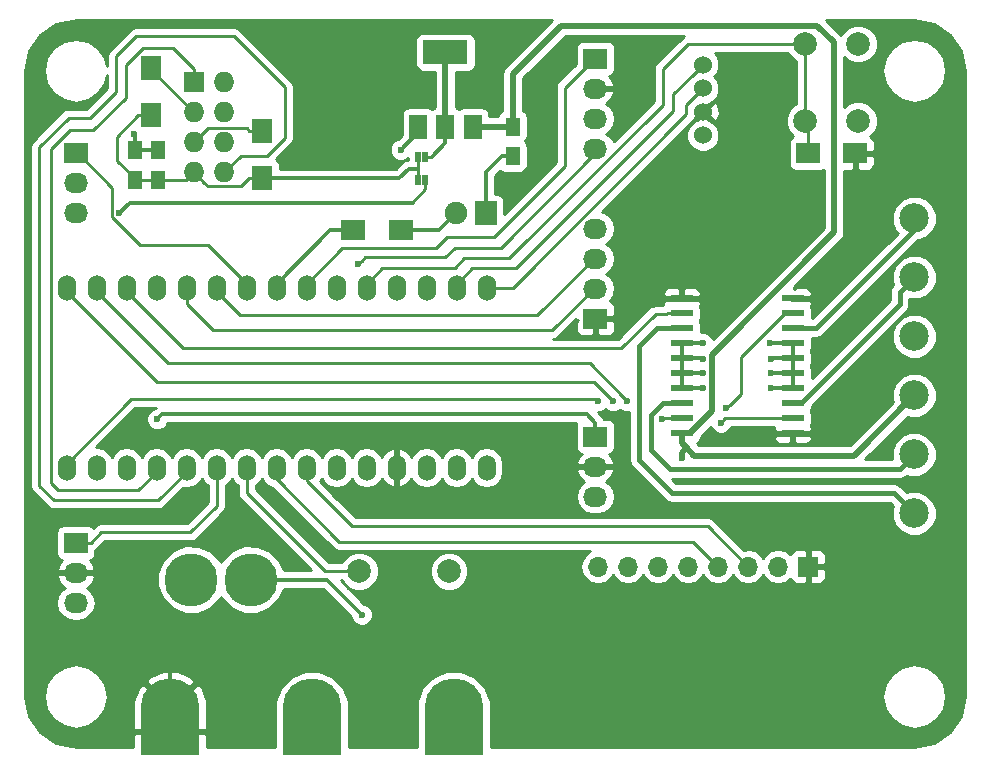
<source format=gbr>
G04 #@! TF.FileFunction,Copper,L1,Top,Signal*
%FSLAX46Y46*%
G04 Gerber Fmt 4.6, Leading zero omitted, Abs format (unit mm)*
G04 Created by KiCad (PCBNEW 4.0.3-stable) date 01/13/18 15:16:55*
%MOMM*%
%LPD*%
G01*
G04 APERTURE LIST*
%ADD10C,0.100000*%
%ADD11O,1.524000X2.199640*%
%ADD12O,1.524000X2.197100*%
%ADD13R,1.250000X1.500000*%
%ADD14R,1.900000X2.000000*%
%ADD15C,1.900000*%
%ADD16C,2.500000*%
%ADD17R,2.032000X1.727200*%
%ADD18O,2.032000X1.727200*%
%ADD19R,0.500000X0.900000*%
%ADD20C,5.000000*%
%ADD21R,5.000000X4.000000*%
%ADD22C,1.524000*%
%ADD23C,2.000000*%
%ADD24C,1.998980*%
%ADD25R,1.950000X0.600000*%
%ADD26R,1.727200X1.727200*%
%ADD27O,1.727200X1.727200*%
%ADD28R,2.000000X1.700000*%
%ADD29R,1.700000X2.000000*%
%ADD30R,1.700000X1.700000*%
%ADD31O,1.700000X1.700000*%
%ADD32R,3.800000X2.000000*%
%ADD33R,1.500000X2.000000*%
%ADD34C,4.500000*%
%ADD35C,0.600000*%
%ADD36C,0.500000*%
%ADD37C,0.300000*%
%ADD38C,0.250000*%
%ADD39C,0.400000*%
%ADD40C,0.254000*%
G04 APERTURE END LIST*
D10*
D11*
X118780000Y-103380000D03*
X116240000Y-103380000D03*
X113700000Y-103380000D03*
X111160000Y-103380000D03*
X108620000Y-103380000D03*
X106080000Y-103380000D03*
X103540000Y-103380000D03*
X101000000Y-103380000D03*
X98460000Y-103380000D03*
X95920000Y-103380000D03*
X93380000Y-103380000D03*
X90840000Y-103380000D03*
X88300000Y-103380000D03*
X85760000Y-103380000D03*
X83220000Y-103380000D03*
X83220000Y-118620000D03*
X85760000Y-118620000D03*
X88300000Y-118620000D03*
X90840000Y-118620000D03*
D12*
X93380000Y-118620000D03*
X95920000Y-118620000D03*
X98460000Y-118620000D03*
X101000000Y-118620000D03*
X103540000Y-118620000D03*
X106080000Y-118620000D03*
X108620000Y-118620000D03*
X111160000Y-118620000D03*
X113700000Y-118620000D03*
X116240000Y-118620000D03*
X118780000Y-118620000D03*
D13*
X121000000Y-89750000D03*
X121000000Y-92250000D03*
X89000000Y-94250000D03*
X89000000Y-91750000D03*
X91000000Y-94250000D03*
X91000000Y-91750000D03*
D14*
X118700000Y-97100000D03*
D15*
X116160000Y-97100000D03*
D16*
X155000000Y-112500000D03*
X155000000Y-107500000D03*
D17*
X84000000Y-92000000D03*
D18*
X84000000Y-94540000D03*
X84000000Y-97080000D03*
D17*
X84000000Y-125000000D03*
D18*
X84000000Y-127540000D03*
X84000000Y-130080000D03*
D16*
X155000000Y-122500000D03*
X155000000Y-117500000D03*
X155000000Y-102500000D03*
X155000000Y-97500000D03*
D19*
X113000000Y-92300000D03*
X113600000Y-92300000D03*
X113000000Y-94300000D03*
X113600000Y-94300000D03*
D20*
X104000000Y-139000000D03*
D21*
X104000000Y-141000000D03*
D20*
X116000000Y-139000000D03*
D21*
X116000000Y-141000000D03*
D20*
X92000000Y-139000000D03*
D21*
X92000000Y-141000000D03*
D22*
X137100000Y-84500000D03*
X137100000Y-86500000D03*
X137100000Y-88500000D03*
X137100000Y-90500000D03*
D17*
X128000000Y-84000000D03*
D18*
X128000000Y-86540000D03*
X128000000Y-89080000D03*
X128000000Y-91620000D03*
D17*
X128000000Y-116000000D03*
D18*
X128000000Y-118540000D03*
X128000000Y-121080000D03*
D23*
X108000160Y-127400000D03*
X115599840Y-127400000D03*
D24*
X145749560Y-82748800D03*
X150250440Y-89251200D03*
X150250440Y-82748800D03*
X145749560Y-89251200D03*
D25*
X135300000Y-104285000D03*
X135300000Y-105555000D03*
X135300000Y-106825000D03*
X135300000Y-108095000D03*
X135300000Y-109365000D03*
X135300000Y-110635000D03*
X135300000Y-111905000D03*
X135300000Y-113175000D03*
X135300000Y-114445000D03*
X135300000Y-115715000D03*
X144700000Y-115715000D03*
X144700000Y-114445000D03*
X144700000Y-113175000D03*
X144700000Y-111905000D03*
X144700000Y-110635000D03*
X144700000Y-109365000D03*
X144700000Y-108095000D03*
X144700000Y-106825000D03*
X144700000Y-105555000D03*
X144700000Y-104285000D03*
D17*
X128000000Y-106000000D03*
D18*
X128000000Y-103460000D03*
X128000000Y-100920000D03*
X128000000Y-98380000D03*
D26*
X94000000Y-86000000D03*
D27*
X96540000Y-86000000D03*
X94000000Y-88540000D03*
X96540000Y-88540000D03*
X94000000Y-91080000D03*
X96540000Y-91080000D03*
X94000000Y-93620000D03*
X96540000Y-93620000D03*
D28*
X111500000Y-98500000D03*
X107500000Y-98500000D03*
X150000000Y-92000000D03*
X146000000Y-92000000D03*
D29*
X99800000Y-94100000D03*
X99800000Y-90100000D03*
X90400000Y-88800000D03*
X90400000Y-84800000D03*
D30*
X146000000Y-127000000D03*
D31*
X143460000Y-127000000D03*
X140920000Y-127000000D03*
X138380000Y-127000000D03*
X135840000Y-127000000D03*
X133300000Y-127000000D03*
X130760000Y-127000000D03*
X128220000Y-127000000D03*
D32*
X115300000Y-83450000D03*
D33*
X115300000Y-89750000D03*
X117600000Y-89750000D03*
X113000000Y-89750000D03*
D34*
X93800000Y-128100000D03*
X98800000Y-128100000D03*
D35*
X135300000Y-117800000D03*
X108220737Y-131071961D03*
X137100000Y-111900000D03*
X137100000Y-110600000D03*
X137100000Y-109400000D03*
X137100000Y-108100000D03*
X142900000Y-111900000D03*
X142900000Y-110600000D03*
X142900000Y-109400000D03*
X142800000Y-108100000D03*
X88900000Y-90400000D03*
X111500000Y-91700000D03*
X87700000Y-97100000D03*
X107900000Y-101400000D03*
X90900000Y-114525010D03*
X130700000Y-113000000D03*
X133600000Y-114500000D03*
X129500006Y-113000000D03*
X138624979Y-114824534D03*
X128200006Y-113000000D03*
X139074990Y-113602751D03*
D36*
X135975000Y-115715000D02*
X135300000Y-115715000D01*
X137850002Y-113839998D02*
X135975000Y-115715000D01*
X137850002Y-109049996D02*
X137850002Y-113839998D01*
X146800000Y-81200000D02*
X148200000Y-82600000D01*
X148200000Y-98699998D02*
X137850002Y-109049996D01*
X125100000Y-81200000D02*
X146800000Y-81200000D01*
X121000000Y-85300000D02*
X125100000Y-81200000D01*
X121000000Y-89750000D02*
X121000000Y-85300000D01*
X148200000Y-82600000D02*
X148200000Y-98699998D01*
X136385000Y-117600000D02*
X135700000Y-116915000D01*
X135700000Y-116915000D02*
X135300000Y-116515000D01*
X135300000Y-117800000D02*
X135300000Y-117375736D01*
X135300000Y-117375736D02*
X135700000Y-116975736D01*
X135700000Y-116975736D02*
X135700000Y-116915000D01*
X117600000Y-89750000D02*
X121000000Y-89750000D01*
X155000000Y-112500000D02*
X149900000Y-117600000D01*
X149900000Y-117600000D02*
X136385000Y-117600000D01*
X135300000Y-116515000D02*
X135300000Y-115715000D01*
D37*
X107920738Y-130771962D02*
X108220737Y-131071961D01*
X105248776Y-128100000D02*
X107920738Y-130771962D01*
X98800000Y-128100000D02*
X105248776Y-128100000D01*
X135300000Y-111905000D02*
X137095000Y-111905000D01*
X137095000Y-111905000D02*
X137100000Y-111900000D01*
X135300000Y-110635000D02*
X137065000Y-110635000D01*
X137065000Y-110635000D02*
X137100000Y-110600000D01*
X135300000Y-109365000D02*
X137065000Y-109365000D01*
X137065000Y-109365000D02*
X137100000Y-109400000D01*
X135300000Y-108095000D02*
X137095000Y-108095000D01*
X137095000Y-108095000D02*
X137100000Y-108100000D01*
X144700000Y-111905000D02*
X142905000Y-111905000D01*
X142905000Y-111905000D02*
X142900000Y-111900000D01*
X144700000Y-110635000D02*
X142935000Y-110635000D01*
X142935000Y-110635000D02*
X142900000Y-110600000D01*
X144700000Y-109365000D02*
X142935000Y-109365000D01*
X142935000Y-109365000D02*
X142900000Y-109400000D01*
X144700000Y-108095000D02*
X142805000Y-108095000D01*
X142805000Y-108095000D02*
X142800000Y-108100000D01*
X144700000Y-111905000D02*
X144700000Y-110635000D01*
X144700000Y-110635000D02*
X144700000Y-109365000D01*
X144700000Y-108095000D02*
X144700000Y-109365000D01*
X135300000Y-111905000D02*
X135300000Y-110635000D01*
X135300000Y-108095000D02*
X135300000Y-109365000D01*
X135300000Y-109365000D02*
X135300000Y-110635000D01*
X89000000Y-91750000D02*
X89000000Y-90500000D01*
X89000000Y-90500000D02*
X88900000Y-90400000D01*
X89000000Y-91750000D02*
X91000000Y-91750000D01*
X113000000Y-89750000D02*
X113000000Y-90200000D01*
X113000000Y-90200000D02*
X111500000Y-91700000D01*
X118700000Y-97100000D02*
X118700000Y-93625000D01*
X118700000Y-93625000D02*
X120075000Y-92250000D01*
X120075000Y-92250000D02*
X121000000Y-92250000D01*
X99800000Y-94100000D02*
X111400000Y-94100000D01*
X112200000Y-93300000D02*
X113000000Y-93300000D01*
X111400000Y-94100000D02*
X112200000Y-93300000D01*
D38*
X113000000Y-92300000D02*
X113000000Y-93300000D01*
X113000000Y-93300000D02*
X113000000Y-94300000D01*
X99800000Y-94100000D02*
X98700000Y-94100000D01*
X98700000Y-94100000D02*
X97991399Y-94808601D01*
X97991399Y-94808601D02*
X95188601Y-94808601D01*
X95188601Y-94808601D02*
X94863599Y-94483599D01*
X94863599Y-94483599D02*
X94000000Y-93620000D01*
X91000000Y-94250000D02*
X93370000Y-94250000D01*
X93370000Y-94250000D02*
X94000000Y-93620000D01*
X91000000Y-94250000D02*
X89000000Y-94250000D01*
X87500000Y-90600000D02*
X87500000Y-92625000D01*
X87500000Y-92625000D02*
X89000000Y-94125000D01*
X89000000Y-94125000D02*
X89000000Y-94250000D01*
X90400000Y-88800000D02*
X89300000Y-88800000D01*
X89300000Y-88800000D02*
X87500000Y-90600000D01*
D37*
X111500000Y-98500000D02*
X114760000Y-98500000D01*
X114760000Y-98500000D02*
X116160000Y-97100000D01*
X112000000Y-99100000D02*
X111900000Y-99100000D01*
D38*
X113600000Y-94300000D02*
X113600000Y-95050000D01*
D37*
X88600000Y-96200000D02*
X87700000Y-97100000D01*
X112450000Y-96200000D02*
X88600000Y-96200000D01*
D38*
X113600000Y-95050000D02*
X112450000Y-96200000D01*
D37*
X84000000Y-127540000D02*
X86840000Y-127540000D01*
X86840000Y-127540000D02*
X92000000Y-132700000D01*
X92000000Y-132700000D02*
X92000000Y-135464467D01*
X92000000Y-135464467D02*
X92000000Y-139000000D01*
D38*
X98460000Y-103042180D02*
X98460000Y-103380000D01*
X95217820Y-99800000D02*
X98460000Y-103042180D01*
X89474996Y-99800000D02*
X95217820Y-99800000D01*
X87074998Y-97400002D02*
X89474996Y-99800000D01*
X87074998Y-94922598D02*
X87074998Y-97400002D01*
X84152400Y-92000000D02*
X87074998Y-94922598D01*
X84000000Y-92000000D02*
X84152400Y-92000000D01*
X93700000Y-124100000D02*
X95920000Y-121880000D01*
X95920000Y-121880000D02*
X95920000Y-118620000D01*
X86166000Y-124100000D02*
X93700000Y-124100000D01*
X84000000Y-125000000D02*
X85266000Y-125000000D01*
X85266000Y-125000000D02*
X86166000Y-124100000D01*
D39*
X153750001Y-118749999D02*
X155000000Y-117500000D01*
X133725000Y-113175000D02*
X132700000Y-114200000D01*
X135300000Y-113175000D02*
X133725000Y-113175000D01*
X132700000Y-117100000D02*
X134349999Y-118749999D01*
X132700000Y-114200000D02*
X132700000Y-117100000D01*
X134349999Y-118749999D02*
X153750001Y-118749999D01*
X135300000Y-106825000D02*
X134625000Y-106825000D01*
X133200000Y-106800000D02*
X131700000Y-108300000D01*
X134625000Y-106825000D02*
X134600000Y-106800000D01*
X134600000Y-106800000D02*
X133200000Y-106800000D01*
X153300000Y-120800000D02*
X155000000Y-122500000D01*
X131700000Y-108300000D02*
X131700000Y-118000000D01*
X131700000Y-118000000D02*
X134500000Y-120800000D01*
X134500000Y-120800000D02*
X153300000Y-120800000D01*
X144700000Y-113175000D02*
X145375000Y-113175000D01*
X145375000Y-113175000D02*
X153750001Y-104799999D01*
X153750001Y-104799999D02*
X153750001Y-103749999D01*
X153750001Y-103749999D02*
X155000000Y-102500000D01*
X144700000Y-106825000D02*
X146675000Y-106825000D01*
X146675000Y-106825000D02*
X155000000Y-98500000D01*
X155000000Y-98500000D02*
X155000000Y-97500000D01*
D38*
X103540000Y-118620000D02*
X103540000Y-119740000D01*
X103540000Y-119740000D02*
X107400000Y-123600000D01*
X107400000Y-123600000D02*
X137520000Y-123600000D01*
X137520000Y-123600000D02*
X140920000Y-127000000D01*
X101000000Y-118620000D02*
X101000000Y-119600000D01*
X101000000Y-119600000D02*
X106300000Y-124900000D01*
X137530001Y-126150001D02*
X138380000Y-127000000D01*
X106300000Y-124900000D02*
X136280000Y-124900000D01*
X136280000Y-124900000D02*
X137530001Y-126150001D01*
X113600000Y-92300000D02*
X114150000Y-92300000D01*
D37*
X115300000Y-91050000D02*
X115300000Y-89750000D01*
X115300000Y-91150000D02*
X115300000Y-91050000D01*
X114150000Y-92300000D02*
X115300000Y-91150000D01*
D36*
X115300000Y-83450000D02*
X115300000Y-89750000D01*
D38*
X106080000Y-118620000D02*
X106080000Y-118283450D01*
X103540000Y-103380000D02*
X103540000Y-103042180D01*
X103540000Y-103042180D02*
X106582180Y-100000000D01*
X106582180Y-100000000D02*
X114500000Y-100000000D01*
X114500000Y-100000000D02*
X115400000Y-99100000D01*
X115400000Y-99100000D02*
X119400000Y-99100000D01*
X119400000Y-99100000D02*
X125400000Y-93100000D01*
X125400000Y-93100000D02*
X125400000Y-86447600D01*
X125400000Y-86447600D02*
X127847600Y-84000000D01*
X127847600Y-84000000D02*
X128000000Y-84000000D01*
X128000000Y-91620000D02*
X128000000Y-92000000D01*
X128000000Y-92000000D02*
X120000000Y-100000000D01*
X120000000Y-100000000D02*
X116100000Y-100000000D01*
X116100000Y-100000000D02*
X115300000Y-100800000D01*
X115300000Y-100800000D02*
X108500000Y-100800000D01*
X108500000Y-100800000D02*
X108199999Y-101100001D01*
X108199999Y-101100001D02*
X107900000Y-101400000D01*
D37*
X90900000Y-114525010D02*
X91325010Y-114100000D01*
X91325010Y-114100000D02*
X127263600Y-114100000D01*
X127263600Y-114100000D02*
X128000000Y-114836400D01*
X128000000Y-114836400D02*
X128000000Y-116000000D01*
X107500000Y-98500000D02*
X105542180Y-98500000D01*
X105542180Y-98500000D02*
X101000000Y-103042180D01*
X101000000Y-103042180D02*
X101000000Y-103380000D01*
D38*
X108620000Y-103380000D02*
X108620000Y-103042180D01*
X108620000Y-103042180D02*
X109962180Y-101700000D01*
X109962180Y-101700000D02*
X116100000Y-101700000D01*
X116100000Y-101700000D02*
X116900000Y-100900000D01*
X116900000Y-100900000D02*
X120700000Y-100900000D01*
X120700000Y-100900000D02*
X133700000Y-87900000D01*
X133700000Y-87900000D02*
X133700000Y-84900000D01*
X133700000Y-84900000D02*
X135851200Y-82748800D01*
X135851200Y-82748800D02*
X144336068Y-82748800D01*
X144336068Y-82748800D02*
X145749560Y-82748800D01*
X146000000Y-92000000D02*
X146000000Y-89501640D01*
X146000000Y-89501640D02*
X145749560Y-89251200D01*
X145749560Y-89251200D02*
X145749560Y-87837708D01*
X145749560Y-87837708D02*
X145749560Y-82748800D01*
X99800000Y-90100000D02*
X98700000Y-90100000D01*
X98700000Y-90100000D02*
X98491399Y-89891399D01*
X98491399Y-89891399D02*
X95188601Y-89891399D01*
X95188601Y-89891399D02*
X94863599Y-90216401D01*
X94863599Y-90216401D02*
X94000000Y-91080000D01*
X94000000Y-88540000D02*
X90400000Y-84940000D01*
X90400000Y-84940000D02*
X90400000Y-84800000D01*
X108000160Y-127400000D02*
X105100000Y-127400000D01*
X105100000Y-127400000D02*
X98460000Y-120760000D01*
X98460000Y-120760000D02*
X98460000Y-118620000D01*
X98460000Y-118620000D02*
X98460000Y-118283450D01*
X135300000Y-105555000D02*
X134075000Y-105555000D01*
X134075000Y-105555000D02*
X134030000Y-105600000D01*
X134030000Y-105600000D02*
X133100000Y-105600000D01*
X133100000Y-105600000D02*
X130200000Y-108500000D01*
X130200000Y-108500000D02*
X93082180Y-108500000D01*
X93082180Y-108500000D02*
X88300000Y-103717820D01*
X88300000Y-103717820D02*
X88300000Y-103380000D01*
X85760000Y-103380000D02*
X85760000Y-103717820D01*
X85760000Y-103717820D02*
X91842180Y-109800000D01*
X91842180Y-109800000D02*
X127500000Y-109800000D01*
X127500000Y-109800000D02*
X130400001Y-112700001D01*
X130400001Y-112700001D02*
X130700000Y-113000000D01*
X133655000Y-114445000D02*
X133600000Y-114500000D01*
X135300000Y-114445000D02*
X133655000Y-114445000D01*
X83220000Y-103380000D02*
X83220000Y-103717820D01*
X83220000Y-103717820D02*
X90902180Y-111400000D01*
X90902180Y-111400000D02*
X127900006Y-111400000D01*
X127900006Y-111400000D02*
X129200007Y-112700001D01*
X129200007Y-112700001D02*
X129500006Y-113000000D01*
X138924978Y-114524535D02*
X138624979Y-114824534D01*
X144700000Y-114445000D02*
X139004513Y-114445000D01*
X139004513Y-114445000D02*
X138924978Y-114524535D01*
X83220000Y-118620000D02*
X83220000Y-118282180D01*
X83220000Y-118282180D02*
X88702180Y-112800000D01*
X88702180Y-112800000D02*
X128000006Y-112800000D01*
X128000006Y-112800000D02*
X128200006Y-113000000D01*
X140325002Y-112352739D02*
X139374989Y-113302752D01*
X144025000Y-105555000D02*
X140325002Y-109254998D01*
X140325002Y-109254998D02*
X140325002Y-112352739D01*
X144700000Y-105555000D02*
X144025000Y-105555000D01*
X139374989Y-113302752D02*
X139074990Y-113602751D01*
X93380000Y-103380000D02*
X93380000Y-104729820D01*
X93380000Y-104729820D02*
X95650180Y-107000000D01*
X95650180Y-107000000D02*
X124307600Y-107000000D01*
X124307600Y-107000000D02*
X127847600Y-103460000D01*
X127847600Y-103460000D02*
X128000000Y-103460000D01*
X128000000Y-100920000D02*
X127847600Y-100920000D01*
X127847600Y-100920000D02*
X123067600Y-105700000D01*
X123067600Y-105700000D02*
X97902180Y-105700000D01*
X97902180Y-105700000D02*
X95920000Y-103717820D01*
X95920000Y-103717820D02*
X95920000Y-103380000D01*
X101700000Y-90700000D02*
X101700000Y-86400000D01*
X96540000Y-93620000D02*
X97960000Y-92200000D01*
X97960000Y-92200000D02*
X100200000Y-92200000D01*
X100200000Y-92200000D02*
X101700000Y-90700000D01*
X101700000Y-86400000D02*
X97400000Y-82100000D01*
X97400000Y-82100000D02*
X89100000Y-82100000D01*
X89100000Y-82100000D02*
X87400000Y-83800000D01*
X87400000Y-83800000D02*
X87400000Y-86800000D01*
X87400000Y-86800000D02*
X85200000Y-89000000D01*
X85200000Y-89000000D02*
X83400000Y-89000000D01*
X83400000Y-89000000D02*
X80900000Y-91500000D01*
X80900000Y-91500000D02*
X80900000Y-120136411D01*
X80900000Y-120136411D02*
X82163589Y-121400000D01*
X82163589Y-121400000D02*
X90936550Y-121400000D01*
X90936550Y-121400000D02*
X93380000Y-118956550D01*
X93380000Y-118956550D02*
X93380000Y-118620000D01*
X116240000Y-103380000D02*
X116240000Y-103042180D01*
X116240000Y-103042180D02*
X117532169Y-101750011D01*
X117532169Y-101750011D02*
X121249989Y-101750011D01*
X121249989Y-101750011D02*
X134600000Y-88400000D01*
X134600000Y-88400000D02*
X134600000Y-87000000D01*
X134600000Y-87000000D02*
X136338001Y-85261999D01*
X136338001Y-85261999D02*
X137100000Y-84500000D01*
X137100000Y-86500000D02*
X135700000Y-87900000D01*
X135700000Y-87900000D02*
X135700000Y-88700000D01*
X135700000Y-88700000D02*
X121020000Y-103380000D01*
X121020000Y-103380000D02*
X119792000Y-103380000D01*
X119792000Y-103380000D02*
X118780000Y-103380000D01*
X94000000Y-86000000D02*
X94000000Y-84886400D01*
X94000000Y-84886400D02*
X92213600Y-83100000D01*
X88250009Y-84514989D02*
X88250009Y-87286402D01*
X92213600Y-83100000D02*
X89664998Y-83100000D01*
X89664998Y-83100000D02*
X88250009Y-84514989D01*
X88250009Y-87286402D02*
X85486400Y-90050011D01*
X85486400Y-90050011D02*
X83485387Y-90050011D01*
X83485387Y-90050011D02*
X81900000Y-91635398D01*
X81900000Y-119900000D02*
X82500000Y-120500000D01*
X81900000Y-91635398D02*
X81900000Y-119900000D01*
X82500000Y-120500000D02*
X89297820Y-120500000D01*
X89297820Y-120500000D02*
X90840000Y-118957820D01*
X90840000Y-118957820D02*
X90840000Y-118620000D01*
D40*
G36*
X120374210Y-84674210D02*
X120182367Y-84961325D01*
X120182367Y-84961326D01*
X120114999Y-85300000D01*
X120115000Y-85300005D01*
X120115000Y-88412721D01*
X119923559Y-88535910D01*
X119778569Y-88748110D01*
X119754898Y-88865000D01*
X118997440Y-88865000D01*
X118997440Y-88750000D01*
X118953162Y-88514683D01*
X118814090Y-88298559D01*
X118601890Y-88153569D01*
X118350000Y-88102560D01*
X116850000Y-88102560D01*
X116614683Y-88146838D01*
X116448523Y-88253759D01*
X116301890Y-88153569D01*
X116185000Y-88129898D01*
X116185000Y-85097440D01*
X117200000Y-85097440D01*
X117435317Y-85053162D01*
X117651441Y-84914090D01*
X117796431Y-84701890D01*
X117847440Y-84450000D01*
X117847440Y-82450000D01*
X117803162Y-82214683D01*
X117664090Y-81998559D01*
X117451890Y-81853569D01*
X117200000Y-81802560D01*
X113400000Y-81802560D01*
X113164683Y-81846838D01*
X112948559Y-81985910D01*
X112803569Y-82198110D01*
X112752560Y-82450000D01*
X112752560Y-84450000D01*
X112796838Y-84685317D01*
X112935910Y-84901441D01*
X113148110Y-85046431D01*
X113400000Y-85097440D01*
X114415000Y-85097440D01*
X114415000Y-88127962D01*
X114314683Y-88146838D01*
X114148523Y-88253759D01*
X114001890Y-88153569D01*
X113750000Y-88102560D01*
X112250000Y-88102560D01*
X112014683Y-88146838D01*
X111798559Y-88285910D01*
X111653569Y-88498110D01*
X111602560Y-88750000D01*
X111602560Y-90487282D01*
X111324995Y-90764847D01*
X111314833Y-90764838D01*
X110971057Y-90906883D01*
X110707808Y-91169673D01*
X110565162Y-91513201D01*
X110564838Y-91885167D01*
X110706883Y-92228943D01*
X110969673Y-92492192D01*
X111313201Y-92634838D01*
X111685167Y-92635162D01*
X112028943Y-92493117D01*
X112102560Y-92419628D01*
X112102560Y-92534382D01*
X111899594Y-92574755D01*
X111644921Y-92744921D01*
X111074842Y-93315000D01*
X101297440Y-93315000D01*
X101297440Y-93100000D01*
X101253162Y-92864683D01*
X101114090Y-92648559D01*
X100943085Y-92531717D01*
X102237401Y-91237401D01*
X102402148Y-90990840D01*
X102460000Y-90700000D01*
X102460000Y-86400000D01*
X102438286Y-86290839D01*
X102402148Y-86109160D01*
X102237401Y-85862599D01*
X97937401Y-81562599D01*
X97690839Y-81397852D01*
X97400000Y-81340000D01*
X89100000Y-81340000D01*
X88809161Y-81397852D01*
X88562599Y-81562599D01*
X86862599Y-83262599D01*
X86697852Y-83509161D01*
X86640000Y-83800000D01*
X86640000Y-84648085D01*
X86503714Y-83962928D01*
X85916259Y-83083741D01*
X85037072Y-82496286D01*
X84000000Y-82290000D01*
X82962928Y-82496286D01*
X82083741Y-83083741D01*
X81496286Y-83962928D01*
X81290000Y-85000000D01*
X81496286Y-86037072D01*
X82083741Y-86916259D01*
X82962928Y-87503714D01*
X84000000Y-87710000D01*
X85037072Y-87503714D01*
X85916259Y-86916259D01*
X86503714Y-86037072D01*
X86640000Y-85351915D01*
X86640000Y-86485198D01*
X84885198Y-88240000D01*
X83400000Y-88240000D01*
X83109161Y-88297852D01*
X82862599Y-88462599D01*
X80362599Y-90962599D01*
X80197852Y-91209161D01*
X80140000Y-91500000D01*
X80140000Y-120136411D01*
X80197852Y-120427250D01*
X80362599Y-120673812D01*
X81626188Y-121937401D01*
X81872750Y-122102148D01*
X82163589Y-122160000D01*
X90936550Y-122160000D01*
X91227389Y-122102148D01*
X91473951Y-121937401D01*
X93082931Y-120328421D01*
X93380000Y-120387512D01*
X93914609Y-120281172D01*
X94367828Y-119978340D01*
X94650000Y-119556041D01*
X94932172Y-119978340D01*
X95160000Y-120130570D01*
X95160000Y-121565198D01*
X93385198Y-123340000D01*
X86166000Y-123340000D01*
X85875160Y-123397852D01*
X85628599Y-123562599D01*
X85490328Y-123700870D01*
X85480090Y-123684959D01*
X85267890Y-123539969D01*
X85016000Y-123488960D01*
X82984000Y-123488960D01*
X82748683Y-123533238D01*
X82532559Y-123672310D01*
X82387569Y-123884510D01*
X82336560Y-124136400D01*
X82336560Y-125863600D01*
X82380838Y-126098917D01*
X82519910Y-126315041D01*
X82732110Y-126460031D01*
X82826927Y-126479232D01*
X82649268Y-126637964D01*
X82395291Y-127165209D01*
X82392642Y-127180974D01*
X82513783Y-127413000D01*
X83873000Y-127413000D01*
X83873000Y-127393000D01*
X84127000Y-127393000D01*
X84127000Y-127413000D01*
X85486217Y-127413000D01*
X85607358Y-127180974D01*
X85604709Y-127165209D01*
X85350732Y-126637964D01*
X85175155Y-126481093D01*
X85251317Y-126466762D01*
X85467441Y-126327690D01*
X85612431Y-126115490D01*
X85663440Y-125863600D01*
X85663440Y-125630920D01*
X85803401Y-125537401D01*
X86480802Y-124860000D01*
X93700000Y-124860000D01*
X93990839Y-124802148D01*
X94237401Y-124637401D01*
X96457401Y-122417401D01*
X96622148Y-122170839D01*
X96680000Y-121880000D01*
X96680000Y-120130570D01*
X96907828Y-119978340D01*
X97190000Y-119556041D01*
X97472172Y-119978340D01*
X97700000Y-120130570D01*
X97700000Y-120760000D01*
X97757852Y-121050839D01*
X97922599Y-121297401D01*
X103940198Y-127315000D01*
X101597218Y-127315000D01*
X101247210Y-126467914D01*
X100436355Y-125655643D01*
X99376380Y-125215502D01*
X98228656Y-125214501D01*
X97167914Y-125652790D01*
X96355643Y-126463645D01*
X96300408Y-126596664D01*
X96247210Y-126467914D01*
X95436355Y-125655643D01*
X94376380Y-125215502D01*
X93228656Y-125214501D01*
X92167914Y-125652790D01*
X91355643Y-126463645D01*
X90915502Y-127523620D01*
X90914501Y-128671344D01*
X91352790Y-129732086D01*
X92163645Y-130544357D01*
X93223620Y-130984498D01*
X94371344Y-130985499D01*
X95432086Y-130547210D01*
X96244357Y-129736355D01*
X96299592Y-129603336D01*
X96352790Y-129732086D01*
X97163645Y-130544357D01*
X98223620Y-130984498D01*
X99371344Y-130985499D01*
X100432086Y-130547210D01*
X101244357Y-129736355D01*
X101597871Y-128885000D01*
X104923618Y-128885000D01*
X107285584Y-131246966D01*
X107285575Y-131257128D01*
X107427620Y-131600904D01*
X107690410Y-131864153D01*
X108033938Y-132006799D01*
X108405904Y-132007123D01*
X108749680Y-131865078D01*
X109012929Y-131602288D01*
X109155575Y-131258760D01*
X109155899Y-130886794D01*
X109013854Y-130543018D01*
X108751064Y-130279769D01*
X108407536Y-130137123D01*
X108396047Y-130137113D01*
X106418934Y-128160000D01*
X106545113Y-128160000D01*
X106613266Y-128324943D01*
X107072797Y-128785278D01*
X107673512Y-129034716D01*
X108323955Y-129035284D01*
X108925103Y-128786894D01*
X109385438Y-128327363D01*
X109634876Y-127726648D01*
X109634878Y-127723795D01*
X113964556Y-127723795D01*
X114212946Y-128324943D01*
X114672477Y-128785278D01*
X115273192Y-129034716D01*
X115923635Y-129035284D01*
X116524783Y-128786894D01*
X116985118Y-128327363D01*
X117234556Y-127726648D01*
X117235124Y-127076205D01*
X116986734Y-126475057D01*
X116527203Y-126014722D01*
X115926488Y-125765284D01*
X115276045Y-125764716D01*
X114674897Y-126013106D01*
X114214562Y-126472637D01*
X113965124Y-127073352D01*
X113964556Y-127723795D01*
X109634878Y-127723795D01*
X109635444Y-127076205D01*
X109387054Y-126475057D01*
X108927523Y-126014722D01*
X108326808Y-125765284D01*
X107676365Y-125764716D01*
X107075217Y-126013106D01*
X106614882Y-126472637D01*
X106545387Y-126640000D01*
X105414802Y-126640000D01*
X99220000Y-120445198D01*
X99220000Y-120130570D01*
X99447828Y-119978340D01*
X99730000Y-119556041D01*
X100012172Y-119978340D01*
X100465391Y-120281172D01*
X100641375Y-120316177D01*
X105762599Y-125437401D01*
X106009161Y-125602148D01*
X106300000Y-125660000D01*
X127560341Y-125660000D01*
X127169946Y-125920853D01*
X126848039Y-126402622D01*
X126735000Y-126970907D01*
X126735000Y-127029093D01*
X126848039Y-127597378D01*
X127169946Y-128079147D01*
X127651715Y-128401054D01*
X128220000Y-128514093D01*
X128788285Y-128401054D01*
X129270054Y-128079147D01*
X129490000Y-127749974D01*
X129709946Y-128079147D01*
X130191715Y-128401054D01*
X130760000Y-128514093D01*
X131328285Y-128401054D01*
X131810054Y-128079147D01*
X132030000Y-127749974D01*
X132249946Y-128079147D01*
X132731715Y-128401054D01*
X133300000Y-128514093D01*
X133868285Y-128401054D01*
X134350054Y-128079147D01*
X134570000Y-127749974D01*
X134789946Y-128079147D01*
X135271715Y-128401054D01*
X135840000Y-128514093D01*
X136408285Y-128401054D01*
X136890054Y-128079147D01*
X137110000Y-127749974D01*
X137329946Y-128079147D01*
X137811715Y-128401054D01*
X138380000Y-128514093D01*
X138948285Y-128401054D01*
X139430054Y-128079147D01*
X139650000Y-127749974D01*
X139869946Y-128079147D01*
X140351715Y-128401054D01*
X140920000Y-128514093D01*
X141488285Y-128401054D01*
X141970054Y-128079147D01*
X142190000Y-127749974D01*
X142409946Y-128079147D01*
X142891715Y-128401054D01*
X143460000Y-128514093D01*
X144028285Y-128401054D01*
X144510054Y-128079147D01*
X144539403Y-128035223D01*
X144611673Y-128209698D01*
X144790301Y-128388327D01*
X145023690Y-128485000D01*
X145714250Y-128485000D01*
X145873000Y-128326250D01*
X145873000Y-127127000D01*
X146127000Y-127127000D01*
X146127000Y-128326250D01*
X146285750Y-128485000D01*
X146976310Y-128485000D01*
X147209699Y-128388327D01*
X147388327Y-128209698D01*
X147485000Y-127976309D01*
X147485000Y-127285750D01*
X147326250Y-127127000D01*
X146127000Y-127127000D01*
X145873000Y-127127000D01*
X145853000Y-127127000D01*
X145853000Y-126873000D01*
X145873000Y-126873000D01*
X145873000Y-125673750D01*
X146127000Y-125673750D01*
X146127000Y-126873000D01*
X147326250Y-126873000D01*
X147485000Y-126714250D01*
X147485000Y-126023691D01*
X147388327Y-125790302D01*
X147209699Y-125611673D01*
X146976310Y-125515000D01*
X146285750Y-125515000D01*
X146127000Y-125673750D01*
X145873000Y-125673750D01*
X145714250Y-125515000D01*
X145023690Y-125515000D01*
X144790301Y-125611673D01*
X144611673Y-125790302D01*
X144539403Y-125964777D01*
X144510054Y-125920853D01*
X144028285Y-125598946D01*
X143460000Y-125485907D01*
X142891715Y-125598946D01*
X142409946Y-125920853D01*
X142190000Y-126250026D01*
X141970054Y-125920853D01*
X141488285Y-125598946D01*
X140920000Y-125485907D01*
X140553592Y-125558790D01*
X138057401Y-123062599D01*
X137810839Y-122897852D01*
X137520000Y-122840000D01*
X107714802Y-122840000D01*
X105954802Y-121080000D01*
X126316655Y-121080000D01*
X126430729Y-121653489D01*
X126755585Y-122139670D01*
X127241766Y-122464526D01*
X127815255Y-122578600D01*
X128184745Y-122578600D01*
X128758234Y-122464526D01*
X129244415Y-122139670D01*
X129569271Y-121653489D01*
X129683345Y-121080000D01*
X129569271Y-120506511D01*
X129244415Y-120020330D01*
X128934931Y-119813539D01*
X129350732Y-119442036D01*
X129604709Y-118914791D01*
X129607358Y-118899026D01*
X129486217Y-118667000D01*
X128127000Y-118667000D01*
X128127000Y-118687000D01*
X127873000Y-118687000D01*
X127873000Y-118667000D01*
X126513783Y-118667000D01*
X126392642Y-118899026D01*
X126395291Y-118914791D01*
X126649268Y-119442036D01*
X127065069Y-119813539D01*
X126755585Y-120020330D01*
X126430729Y-120506511D01*
X126316655Y-121080000D01*
X105954802Y-121080000D01*
X104658131Y-119783329D01*
X104810000Y-119556041D01*
X105092172Y-119978340D01*
X105545391Y-120281172D01*
X106080000Y-120387512D01*
X106614609Y-120281172D01*
X107067828Y-119978340D01*
X107350000Y-119556041D01*
X107632172Y-119978340D01*
X108085391Y-120281172D01*
X108620000Y-120387512D01*
X109154609Y-120281172D01*
X109607828Y-119978340D01*
X109898642Y-119543107D01*
X109917941Y-119608491D01*
X110261974Y-120034180D01*
X110742723Y-120295810D01*
X110816930Y-120310770D01*
X111033000Y-120188270D01*
X111033000Y-118747000D01*
X111013000Y-118747000D01*
X111013000Y-118493000D01*
X111033000Y-118493000D01*
X111033000Y-117051730D01*
X111287000Y-117051730D01*
X111287000Y-118493000D01*
X111307000Y-118493000D01*
X111307000Y-118747000D01*
X111287000Y-118747000D01*
X111287000Y-120188270D01*
X111503070Y-120310770D01*
X111577277Y-120295810D01*
X112058026Y-120034180D01*
X112402059Y-119608491D01*
X112421358Y-119543107D01*
X112712172Y-119978340D01*
X113165391Y-120281172D01*
X113700000Y-120387512D01*
X114234609Y-120281172D01*
X114687828Y-119978340D01*
X114970000Y-119556041D01*
X115252172Y-119978340D01*
X115705391Y-120281172D01*
X116240000Y-120387512D01*
X116774609Y-120281172D01*
X117227828Y-119978340D01*
X117510000Y-119556041D01*
X117792172Y-119978340D01*
X118245391Y-120281172D01*
X118780000Y-120387512D01*
X119314609Y-120281172D01*
X119767828Y-119978340D01*
X120070660Y-119525121D01*
X120177000Y-118990512D01*
X120177000Y-118249488D01*
X120070660Y-117714879D01*
X119767828Y-117261660D01*
X119314609Y-116958828D01*
X118780000Y-116852488D01*
X118245391Y-116958828D01*
X117792172Y-117261660D01*
X117510000Y-117683959D01*
X117227828Y-117261660D01*
X116774609Y-116958828D01*
X116240000Y-116852488D01*
X115705391Y-116958828D01*
X115252172Y-117261660D01*
X114970000Y-117683959D01*
X114687828Y-117261660D01*
X114234609Y-116958828D01*
X113700000Y-116852488D01*
X113165391Y-116958828D01*
X112712172Y-117261660D01*
X112421358Y-117696893D01*
X112402059Y-117631509D01*
X112058026Y-117205820D01*
X111577277Y-116944190D01*
X111503070Y-116929230D01*
X111287000Y-117051730D01*
X111033000Y-117051730D01*
X110816930Y-116929230D01*
X110742723Y-116944190D01*
X110261974Y-117205820D01*
X109917941Y-117631509D01*
X109898642Y-117696893D01*
X109607828Y-117261660D01*
X109154609Y-116958828D01*
X108620000Y-116852488D01*
X108085391Y-116958828D01*
X107632172Y-117261660D01*
X107350000Y-117683959D01*
X107067828Y-117261660D01*
X106614609Y-116958828D01*
X106080000Y-116852488D01*
X105545391Y-116958828D01*
X105092172Y-117261660D01*
X104810000Y-117683959D01*
X104527828Y-117261660D01*
X104074609Y-116958828D01*
X103540000Y-116852488D01*
X103005391Y-116958828D01*
X102552172Y-117261660D01*
X102270000Y-117683959D01*
X101987828Y-117261660D01*
X101534609Y-116958828D01*
X101000000Y-116852488D01*
X100465391Y-116958828D01*
X100012172Y-117261660D01*
X99730000Y-117683959D01*
X99447828Y-117261660D01*
X98994609Y-116958828D01*
X98460000Y-116852488D01*
X97925391Y-116958828D01*
X97472172Y-117261660D01*
X97190000Y-117683959D01*
X96907828Y-117261660D01*
X96454609Y-116958828D01*
X95920000Y-116852488D01*
X95385391Y-116958828D01*
X94932172Y-117261660D01*
X94650000Y-117683959D01*
X94367828Y-117261660D01*
X93914609Y-116958828D01*
X93380000Y-116852488D01*
X92845391Y-116958828D01*
X92392172Y-117261660D01*
X92110433Y-117683312D01*
X91827828Y-117260365D01*
X91374609Y-116957533D01*
X90840000Y-116851193D01*
X90305391Y-116957533D01*
X89852172Y-117260365D01*
X89570000Y-117682664D01*
X89287828Y-117260365D01*
X88834609Y-116957533D01*
X88300000Y-116851193D01*
X87765391Y-116957533D01*
X87312172Y-117260365D01*
X87030000Y-117682664D01*
X86747828Y-117260365D01*
X86294609Y-116957533D01*
X85760000Y-116851193D01*
X85717294Y-116859688D01*
X89016982Y-113560000D01*
X90754852Y-113560000D01*
X90724995Y-113589857D01*
X90714833Y-113589848D01*
X90371057Y-113731893D01*
X90107808Y-113994683D01*
X89965162Y-114338211D01*
X89964838Y-114710177D01*
X90106883Y-115053953D01*
X90369673Y-115317202D01*
X90713201Y-115459848D01*
X91085167Y-115460172D01*
X91428943Y-115318127D01*
X91692192Y-115055337D01*
X91762922Y-114885000D01*
X126387470Y-114885000D01*
X126336560Y-115136400D01*
X126336560Y-116863600D01*
X126380838Y-117098917D01*
X126519910Y-117315041D01*
X126732110Y-117460031D01*
X126826927Y-117479232D01*
X126649268Y-117637964D01*
X126395291Y-118165209D01*
X126392642Y-118180974D01*
X126513783Y-118413000D01*
X127873000Y-118413000D01*
X127873000Y-118393000D01*
X128127000Y-118393000D01*
X128127000Y-118413000D01*
X129486217Y-118413000D01*
X129607358Y-118180974D01*
X129604709Y-118165209D01*
X129350732Y-117637964D01*
X129175155Y-117481093D01*
X129251317Y-117466762D01*
X129467441Y-117327690D01*
X129612431Y-117115490D01*
X129663440Y-116863600D01*
X129663440Y-115136400D01*
X129619162Y-114901083D01*
X129480090Y-114684959D01*
X129267890Y-114539969D01*
X129016000Y-114488960D01*
X128693818Y-114488960D01*
X128555079Y-114281321D01*
X128208766Y-113935008D01*
X128385173Y-113935162D01*
X128728949Y-113793117D01*
X128849987Y-113672290D01*
X128969679Y-113792192D01*
X129313207Y-113934838D01*
X129685173Y-113935162D01*
X130028949Y-113793117D01*
X130099896Y-113722293D01*
X130169673Y-113792192D01*
X130513201Y-113934838D01*
X130865000Y-113935144D01*
X130865000Y-118000000D01*
X130928561Y-118319541D01*
X131002674Y-118430459D01*
X131109566Y-118590434D01*
X133909566Y-121390434D01*
X134180459Y-121571439D01*
X134500000Y-121635000D01*
X152954132Y-121635000D01*
X153211333Y-121892201D01*
X153115328Y-122123405D01*
X153114674Y-122873305D01*
X153401043Y-123566372D01*
X153930839Y-124097093D01*
X154623405Y-124384672D01*
X155373305Y-124385326D01*
X156066372Y-124098957D01*
X156597093Y-123569161D01*
X156884672Y-122876595D01*
X156885326Y-122126695D01*
X156598957Y-121433628D01*
X156069161Y-120902907D01*
X155376595Y-120615328D01*
X154626695Y-120614674D01*
X154392365Y-120711497D01*
X153890434Y-120209566D01*
X153782431Y-120137401D01*
X153619541Y-120028561D01*
X153300000Y-119965000D01*
X134845868Y-119965000D01*
X134465867Y-119584999D01*
X153750001Y-119584999D01*
X154069542Y-119521438D01*
X154340435Y-119340433D01*
X154392201Y-119288667D01*
X154623405Y-119384672D01*
X155373305Y-119385326D01*
X156066372Y-119098957D01*
X156597093Y-118569161D01*
X156884672Y-117876595D01*
X156885326Y-117126695D01*
X156598957Y-116433628D01*
X156069161Y-115902907D01*
X155376595Y-115615328D01*
X154626695Y-115614674D01*
X153933628Y-115901043D01*
X153402907Y-116430839D01*
X153115328Y-117123405D01*
X153114674Y-117873305D01*
X153131902Y-117914999D01*
X150836581Y-117914999D01*
X154442165Y-114309414D01*
X154623405Y-114384672D01*
X155373305Y-114385326D01*
X156066372Y-114098957D01*
X156597093Y-113569161D01*
X156884672Y-112876595D01*
X156885326Y-112126695D01*
X156598957Y-111433628D01*
X156069161Y-110902907D01*
X155376595Y-110615328D01*
X154626695Y-110614674D01*
X153933628Y-110901043D01*
X153402907Y-111430839D01*
X153115328Y-112123405D01*
X153114674Y-112873305D01*
X153190822Y-113057598D01*
X149533420Y-116715000D01*
X136751579Y-116715000D01*
X136598194Y-116561615D01*
X136726441Y-116479090D01*
X136871431Y-116266890D01*
X136921389Y-116020191D01*
X136940829Y-116000750D01*
X143090000Y-116000750D01*
X143090000Y-116141310D01*
X143186673Y-116374699D01*
X143365302Y-116553327D01*
X143598691Y-116650000D01*
X144414250Y-116650000D01*
X144573000Y-116491250D01*
X144573000Y-115842000D01*
X144827000Y-115842000D01*
X144827000Y-116491250D01*
X144985750Y-116650000D01*
X145801309Y-116650000D01*
X146034698Y-116553327D01*
X146213327Y-116374699D01*
X146310000Y-116141310D01*
X146310000Y-116000750D01*
X146151250Y-115842000D01*
X144827000Y-115842000D01*
X144573000Y-115842000D01*
X143248750Y-115842000D01*
X143090000Y-116000750D01*
X136940829Y-116000750D01*
X137760591Y-115180988D01*
X137831862Y-115353477D01*
X138094652Y-115616726D01*
X138438180Y-115759372D01*
X138810146Y-115759696D01*
X139153922Y-115617651D01*
X139417171Y-115354861D01*
X139479399Y-115205000D01*
X143124666Y-115205000D01*
X143090000Y-115288690D01*
X143090000Y-115429250D01*
X143248750Y-115588000D01*
X144573000Y-115588000D01*
X144573000Y-115568000D01*
X144827000Y-115568000D01*
X144827000Y-115588000D01*
X146151250Y-115588000D01*
X146310000Y-115429250D01*
X146310000Y-115288690D01*
X146220194Y-115071878D01*
X146271431Y-114996890D01*
X146322440Y-114745000D01*
X146322440Y-114145000D01*
X146278162Y-113909683D01*
X146214322Y-113810472D01*
X146271431Y-113726890D01*
X146322440Y-113475000D01*
X146322440Y-113408428D01*
X151857563Y-107873305D01*
X153114674Y-107873305D01*
X153401043Y-108566372D01*
X153930839Y-109097093D01*
X154623405Y-109384672D01*
X155373305Y-109385326D01*
X156066372Y-109098957D01*
X156597093Y-108569161D01*
X156884672Y-107876595D01*
X156885326Y-107126695D01*
X156598957Y-106433628D01*
X156069161Y-105902907D01*
X155376595Y-105615328D01*
X154626695Y-105614674D01*
X153933628Y-105901043D01*
X153402907Y-106430839D01*
X153115328Y-107123405D01*
X153114674Y-107873305D01*
X151857563Y-107873305D01*
X154340435Y-105390433D01*
X154394739Y-105309161D01*
X154521440Y-105119540D01*
X154585001Y-104799999D01*
X154585001Y-104368725D01*
X154623405Y-104384672D01*
X155373305Y-104385326D01*
X156066372Y-104098957D01*
X156597093Y-103569161D01*
X156884672Y-102876595D01*
X156885326Y-102126695D01*
X156598957Y-101433628D01*
X156069161Y-100902907D01*
X155376595Y-100615328D01*
X154626695Y-100614674D01*
X153933628Y-100901043D01*
X153402907Y-101430839D01*
X153115328Y-102123405D01*
X153114674Y-102873305D01*
X153211497Y-103107635D01*
X153159567Y-103159565D01*
X152978562Y-103430458D01*
X152915001Y-103749999D01*
X152915001Y-104454131D01*
X146294078Y-111075054D01*
X146322440Y-110935000D01*
X146322440Y-110335000D01*
X146278162Y-110099683D01*
X146214322Y-110000472D01*
X146271431Y-109916890D01*
X146322440Y-109665000D01*
X146322440Y-109065000D01*
X146278162Y-108829683D01*
X146214322Y-108730472D01*
X146271431Y-108646890D01*
X146322440Y-108395000D01*
X146322440Y-107795000D01*
X146297038Y-107660000D01*
X146675000Y-107660000D01*
X146994541Y-107596439D01*
X147265434Y-107415434D01*
X155295610Y-99385258D01*
X155373305Y-99385326D01*
X156066372Y-99098957D01*
X156597093Y-98569161D01*
X156884672Y-97876595D01*
X156885326Y-97126695D01*
X156598957Y-96433628D01*
X156069161Y-95902907D01*
X155376595Y-95615328D01*
X154626695Y-95614674D01*
X153933628Y-95901043D01*
X153402907Y-96430839D01*
X153115328Y-97123405D01*
X153114674Y-97873305D01*
X153401043Y-98566372D01*
X153576748Y-98742384D01*
X146329132Y-105990000D01*
X146295102Y-105990000D01*
X146322440Y-105855000D01*
X146322440Y-105255000D01*
X146278162Y-105019683D01*
X146219822Y-104929020D01*
X146310000Y-104711310D01*
X146310000Y-104570750D01*
X146151250Y-104412000D01*
X144827000Y-104412000D01*
X144827000Y-104432000D01*
X144573000Y-104432000D01*
X144573000Y-104412000D01*
X144553000Y-104412000D01*
X144553000Y-104158000D01*
X144573000Y-104158000D01*
X144573000Y-104138000D01*
X144827000Y-104138000D01*
X144827000Y-104158000D01*
X146151250Y-104158000D01*
X146310000Y-103999250D01*
X146310000Y-103858690D01*
X146213327Y-103625301D01*
X146034698Y-103446673D01*
X145801309Y-103350000D01*
X144985750Y-103350000D01*
X144827002Y-103508748D01*
X144827002Y-103350000D01*
X144801577Y-103350000D01*
X148825787Y-99325790D01*
X148825790Y-99325788D01*
X149006671Y-99055079D01*
X149017634Y-99038672D01*
X149085001Y-98699998D01*
X149085000Y-98699993D01*
X149085000Y-93485000D01*
X149714250Y-93485000D01*
X149873000Y-93326250D01*
X149873000Y-92127000D01*
X150127000Y-92127000D01*
X150127000Y-93326250D01*
X150285750Y-93485000D01*
X151126309Y-93485000D01*
X151359698Y-93388327D01*
X151538327Y-93209699D01*
X151635000Y-92976310D01*
X151635000Y-92285750D01*
X151476250Y-92127000D01*
X150127000Y-92127000D01*
X149873000Y-92127000D01*
X149853000Y-92127000D01*
X149853000Y-91873000D01*
X149873000Y-91873000D01*
X149873000Y-91853000D01*
X150127000Y-91853000D01*
X150127000Y-91873000D01*
X151476250Y-91873000D01*
X151635000Y-91714250D01*
X151635000Y-91023690D01*
X151538327Y-90790301D01*
X151359698Y-90611673D01*
X151247630Y-90565253D01*
X151635286Y-90178273D01*
X151884646Y-89577747D01*
X151885214Y-88927506D01*
X151636902Y-88326545D01*
X151177513Y-87866354D01*
X150576987Y-87616994D01*
X149926746Y-87616426D01*
X149325785Y-87864738D01*
X149085000Y-88105103D01*
X149085000Y-85000000D01*
X152290000Y-85000000D01*
X152496286Y-86037072D01*
X153083741Y-86916259D01*
X153962928Y-87503714D01*
X155000000Y-87710000D01*
X156037072Y-87503714D01*
X156916259Y-86916259D01*
X157503714Y-86037072D01*
X157710000Y-85000000D01*
X157503714Y-83962928D01*
X156916259Y-83083741D01*
X156037072Y-82496286D01*
X155000000Y-82290000D01*
X153962928Y-82496286D01*
X153083741Y-83083741D01*
X152496286Y-83962928D01*
X152290000Y-85000000D01*
X149085000Y-85000000D01*
X149085000Y-83894863D01*
X149323367Y-84133646D01*
X149923893Y-84383006D01*
X150574134Y-84383574D01*
X151175095Y-84135262D01*
X151635286Y-83675873D01*
X151884646Y-83075347D01*
X151885214Y-82425106D01*
X151636902Y-81824145D01*
X151177513Y-81363954D01*
X150576987Y-81114594D01*
X149926746Y-81114026D01*
X149325785Y-81362338D01*
X148865594Y-81821727D01*
X148809176Y-81957597D01*
X147561580Y-80710000D01*
X154930069Y-80710000D01*
X156636390Y-81049408D01*
X158023654Y-81976349D01*
X158950592Y-83363610D01*
X159290000Y-85069931D01*
X159290000Y-137930069D01*
X158950592Y-139636390D01*
X158023654Y-141023651D01*
X156636390Y-141950592D01*
X154930069Y-142290000D01*
X119147440Y-142290000D01*
X119147440Y-139000000D01*
X119135058Y-138934197D01*
X119135543Y-138379146D01*
X118978884Y-138000000D01*
X152290000Y-138000000D01*
X152496286Y-139037072D01*
X153083741Y-139916259D01*
X153962928Y-140503714D01*
X155000000Y-140710000D01*
X156037072Y-140503714D01*
X156916259Y-139916259D01*
X157503714Y-139037072D01*
X157710000Y-138000000D01*
X157503714Y-136962928D01*
X156916259Y-136083741D01*
X156037072Y-135496286D01*
X155000000Y-135290000D01*
X153962928Y-135496286D01*
X153083741Y-136083741D01*
X152496286Y-136962928D01*
X152290000Y-138000000D01*
X118978884Y-138000000D01*
X118659273Y-137226485D01*
X117778153Y-136343826D01*
X116626326Y-135865546D01*
X115379146Y-135864457D01*
X114226485Y-136340727D01*
X113343826Y-137221847D01*
X112865546Y-138373674D01*
X112865053Y-138938308D01*
X112852560Y-139000000D01*
X112852560Y-142290000D01*
X107147440Y-142290000D01*
X107147440Y-139000000D01*
X107135058Y-138934197D01*
X107135543Y-138379146D01*
X106659273Y-137226485D01*
X105778153Y-136343826D01*
X104626326Y-135865546D01*
X103379146Y-135864457D01*
X102226485Y-136340727D01*
X101343826Y-137221847D01*
X100865546Y-138373674D01*
X100865053Y-138938308D01*
X100852560Y-139000000D01*
X100852560Y-142290000D01*
X95135000Y-142290000D01*
X95135000Y-141285750D01*
X94976250Y-141127000D01*
X94306608Y-141127000D01*
X94235882Y-141056274D01*
X94510884Y-140873000D01*
X94976250Y-140873000D01*
X95135000Y-140714250D01*
X95135000Y-139622819D01*
X95135294Y-139622108D01*
X95135000Y-138999577D01*
X95135000Y-138873690D01*
X95134940Y-138873546D01*
X95134705Y-138374928D01*
X94658564Y-137225421D01*
X94235880Y-136943725D01*
X92814605Y-138365000D01*
X92455395Y-138365000D01*
X94056275Y-136764120D01*
X93774579Y-136341436D01*
X92622108Y-135864706D01*
X91374928Y-135865295D01*
X90225421Y-136341436D01*
X89943725Y-136764120D01*
X91544605Y-138365000D01*
X91185395Y-138365000D01*
X89764120Y-136943725D01*
X89341436Y-137225421D01*
X88864706Y-138377892D01*
X88865000Y-139000000D01*
X88865000Y-140714250D01*
X89023750Y-140873000D01*
X89489116Y-140873000D01*
X89764118Y-141056274D01*
X89693392Y-141127000D01*
X89023750Y-141127000D01*
X88865000Y-141285750D01*
X88865000Y-142290000D01*
X84069931Y-142290000D01*
X82363610Y-141950592D01*
X80976349Y-141023654D01*
X80049408Y-139636390D01*
X79723911Y-138000000D01*
X81290000Y-138000000D01*
X81496286Y-139037072D01*
X82083741Y-139916259D01*
X82962928Y-140503714D01*
X84000000Y-140710000D01*
X85037072Y-140503714D01*
X85916259Y-139916259D01*
X86503714Y-139037072D01*
X86710000Y-138000000D01*
X86503714Y-136962928D01*
X85916259Y-136083741D01*
X85037072Y-135496286D01*
X84000000Y-135290000D01*
X82962928Y-135496286D01*
X82083741Y-136083741D01*
X81496286Y-136962928D01*
X81290000Y-138000000D01*
X79723911Y-138000000D01*
X79710000Y-137930069D01*
X79710000Y-130080000D01*
X82316655Y-130080000D01*
X82430729Y-130653489D01*
X82755585Y-131139670D01*
X83241766Y-131464526D01*
X83815255Y-131578600D01*
X84184745Y-131578600D01*
X84758234Y-131464526D01*
X85244415Y-131139670D01*
X85569271Y-130653489D01*
X85683345Y-130080000D01*
X85569271Y-129506511D01*
X85244415Y-129020330D01*
X84934931Y-128813539D01*
X85350732Y-128442036D01*
X85604709Y-127914791D01*
X85607358Y-127899026D01*
X85486217Y-127667000D01*
X84127000Y-127667000D01*
X84127000Y-127687000D01*
X83873000Y-127687000D01*
X83873000Y-127667000D01*
X82513783Y-127667000D01*
X82392642Y-127899026D01*
X82395291Y-127914791D01*
X82649268Y-128442036D01*
X83065069Y-128813539D01*
X82755585Y-129020330D01*
X82430729Y-129506511D01*
X82316655Y-130080000D01*
X79710000Y-130080000D01*
X79710000Y-85069931D01*
X80049408Y-83363610D01*
X80976349Y-81976346D01*
X82363610Y-81049408D01*
X84069931Y-80710000D01*
X124338421Y-80710000D01*
X120374210Y-84674210D01*
X120374210Y-84674210D01*
G37*
X120374210Y-84674210D02*
X120182367Y-84961325D01*
X120182367Y-84961326D01*
X120114999Y-85300000D01*
X120115000Y-85300005D01*
X120115000Y-88412721D01*
X119923559Y-88535910D01*
X119778569Y-88748110D01*
X119754898Y-88865000D01*
X118997440Y-88865000D01*
X118997440Y-88750000D01*
X118953162Y-88514683D01*
X118814090Y-88298559D01*
X118601890Y-88153569D01*
X118350000Y-88102560D01*
X116850000Y-88102560D01*
X116614683Y-88146838D01*
X116448523Y-88253759D01*
X116301890Y-88153569D01*
X116185000Y-88129898D01*
X116185000Y-85097440D01*
X117200000Y-85097440D01*
X117435317Y-85053162D01*
X117651441Y-84914090D01*
X117796431Y-84701890D01*
X117847440Y-84450000D01*
X117847440Y-82450000D01*
X117803162Y-82214683D01*
X117664090Y-81998559D01*
X117451890Y-81853569D01*
X117200000Y-81802560D01*
X113400000Y-81802560D01*
X113164683Y-81846838D01*
X112948559Y-81985910D01*
X112803569Y-82198110D01*
X112752560Y-82450000D01*
X112752560Y-84450000D01*
X112796838Y-84685317D01*
X112935910Y-84901441D01*
X113148110Y-85046431D01*
X113400000Y-85097440D01*
X114415000Y-85097440D01*
X114415000Y-88127962D01*
X114314683Y-88146838D01*
X114148523Y-88253759D01*
X114001890Y-88153569D01*
X113750000Y-88102560D01*
X112250000Y-88102560D01*
X112014683Y-88146838D01*
X111798559Y-88285910D01*
X111653569Y-88498110D01*
X111602560Y-88750000D01*
X111602560Y-90487282D01*
X111324995Y-90764847D01*
X111314833Y-90764838D01*
X110971057Y-90906883D01*
X110707808Y-91169673D01*
X110565162Y-91513201D01*
X110564838Y-91885167D01*
X110706883Y-92228943D01*
X110969673Y-92492192D01*
X111313201Y-92634838D01*
X111685167Y-92635162D01*
X112028943Y-92493117D01*
X112102560Y-92419628D01*
X112102560Y-92534382D01*
X111899594Y-92574755D01*
X111644921Y-92744921D01*
X111074842Y-93315000D01*
X101297440Y-93315000D01*
X101297440Y-93100000D01*
X101253162Y-92864683D01*
X101114090Y-92648559D01*
X100943085Y-92531717D01*
X102237401Y-91237401D01*
X102402148Y-90990840D01*
X102460000Y-90700000D01*
X102460000Y-86400000D01*
X102438286Y-86290839D01*
X102402148Y-86109160D01*
X102237401Y-85862599D01*
X97937401Y-81562599D01*
X97690839Y-81397852D01*
X97400000Y-81340000D01*
X89100000Y-81340000D01*
X88809161Y-81397852D01*
X88562599Y-81562599D01*
X86862599Y-83262599D01*
X86697852Y-83509161D01*
X86640000Y-83800000D01*
X86640000Y-84648085D01*
X86503714Y-83962928D01*
X85916259Y-83083741D01*
X85037072Y-82496286D01*
X84000000Y-82290000D01*
X82962928Y-82496286D01*
X82083741Y-83083741D01*
X81496286Y-83962928D01*
X81290000Y-85000000D01*
X81496286Y-86037072D01*
X82083741Y-86916259D01*
X82962928Y-87503714D01*
X84000000Y-87710000D01*
X85037072Y-87503714D01*
X85916259Y-86916259D01*
X86503714Y-86037072D01*
X86640000Y-85351915D01*
X86640000Y-86485198D01*
X84885198Y-88240000D01*
X83400000Y-88240000D01*
X83109161Y-88297852D01*
X82862599Y-88462599D01*
X80362599Y-90962599D01*
X80197852Y-91209161D01*
X80140000Y-91500000D01*
X80140000Y-120136411D01*
X80197852Y-120427250D01*
X80362599Y-120673812D01*
X81626188Y-121937401D01*
X81872750Y-122102148D01*
X82163589Y-122160000D01*
X90936550Y-122160000D01*
X91227389Y-122102148D01*
X91473951Y-121937401D01*
X93082931Y-120328421D01*
X93380000Y-120387512D01*
X93914609Y-120281172D01*
X94367828Y-119978340D01*
X94650000Y-119556041D01*
X94932172Y-119978340D01*
X95160000Y-120130570D01*
X95160000Y-121565198D01*
X93385198Y-123340000D01*
X86166000Y-123340000D01*
X85875160Y-123397852D01*
X85628599Y-123562599D01*
X85490328Y-123700870D01*
X85480090Y-123684959D01*
X85267890Y-123539969D01*
X85016000Y-123488960D01*
X82984000Y-123488960D01*
X82748683Y-123533238D01*
X82532559Y-123672310D01*
X82387569Y-123884510D01*
X82336560Y-124136400D01*
X82336560Y-125863600D01*
X82380838Y-126098917D01*
X82519910Y-126315041D01*
X82732110Y-126460031D01*
X82826927Y-126479232D01*
X82649268Y-126637964D01*
X82395291Y-127165209D01*
X82392642Y-127180974D01*
X82513783Y-127413000D01*
X83873000Y-127413000D01*
X83873000Y-127393000D01*
X84127000Y-127393000D01*
X84127000Y-127413000D01*
X85486217Y-127413000D01*
X85607358Y-127180974D01*
X85604709Y-127165209D01*
X85350732Y-126637964D01*
X85175155Y-126481093D01*
X85251317Y-126466762D01*
X85467441Y-126327690D01*
X85612431Y-126115490D01*
X85663440Y-125863600D01*
X85663440Y-125630920D01*
X85803401Y-125537401D01*
X86480802Y-124860000D01*
X93700000Y-124860000D01*
X93990839Y-124802148D01*
X94237401Y-124637401D01*
X96457401Y-122417401D01*
X96622148Y-122170839D01*
X96680000Y-121880000D01*
X96680000Y-120130570D01*
X96907828Y-119978340D01*
X97190000Y-119556041D01*
X97472172Y-119978340D01*
X97700000Y-120130570D01*
X97700000Y-120760000D01*
X97757852Y-121050839D01*
X97922599Y-121297401D01*
X103940198Y-127315000D01*
X101597218Y-127315000D01*
X101247210Y-126467914D01*
X100436355Y-125655643D01*
X99376380Y-125215502D01*
X98228656Y-125214501D01*
X97167914Y-125652790D01*
X96355643Y-126463645D01*
X96300408Y-126596664D01*
X96247210Y-126467914D01*
X95436355Y-125655643D01*
X94376380Y-125215502D01*
X93228656Y-125214501D01*
X92167914Y-125652790D01*
X91355643Y-126463645D01*
X90915502Y-127523620D01*
X90914501Y-128671344D01*
X91352790Y-129732086D01*
X92163645Y-130544357D01*
X93223620Y-130984498D01*
X94371344Y-130985499D01*
X95432086Y-130547210D01*
X96244357Y-129736355D01*
X96299592Y-129603336D01*
X96352790Y-129732086D01*
X97163645Y-130544357D01*
X98223620Y-130984498D01*
X99371344Y-130985499D01*
X100432086Y-130547210D01*
X101244357Y-129736355D01*
X101597871Y-128885000D01*
X104923618Y-128885000D01*
X107285584Y-131246966D01*
X107285575Y-131257128D01*
X107427620Y-131600904D01*
X107690410Y-131864153D01*
X108033938Y-132006799D01*
X108405904Y-132007123D01*
X108749680Y-131865078D01*
X109012929Y-131602288D01*
X109155575Y-131258760D01*
X109155899Y-130886794D01*
X109013854Y-130543018D01*
X108751064Y-130279769D01*
X108407536Y-130137123D01*
X108396047Y-130137113D01*
X106418934Y-128160000D01*
X106545113Y-128160000D01*
X106613266Y-128324943D01*
X107072797Y-128785278D01*
X107673512Y-129034716D01*
X108323955Y-129035284D01*
X108925103Y-128786894D01*
X109385438Y-128327363D01*
X109634876Y-127726648D01*
X109634878Y-127723795D01*
X113964556Y-127723795D01*
X114212946Y-128324943D01*
X114672477Y-128785278D01*
X115273192Y-129034716D01*
X115923635Y-129035284D01*
X116524783Y-128786894D01*
X116985118Y-128327363D01*
X117234556Y-127726648D01*
X117235124Y-127076205D01*
X116986734Y-126475057D01*
X116527203Y-126014722D01*
X115926488Y-125765284D01*
X115276045Y-125764716D01*
X114674897Y-126013106D01*
X114214562Y-126472637D01*
X113965124Y-127073352D01*
X113964556Y-127723795D01*
X109634878Y-127723795D01*
X109635444Y-127076205D01*
X109387054Y-126475057D01*
X108927523Y-126014722D01*
X108326808Y-125765284D01*
X107676365Y-125764716D01*
X107075217Y-126013106D01*
X106614882Y-126472637D01*
X106545387Y-126640000D01*
X105414802Y-126640000D01*
X99220000Y-120445198D01*
X99220000Y-120130570D01*
X99447828Y-119978340D01*
X99730000Y-119556041D01*
X100012172Y-119978340D01*
X100465391Y-120281172D01*
X100641375Y-120316177D01*
X105762599Y-125437401D01*
X106009161Y-125602148D01*
X106300000Y-125660000D01*
X127560341Y-125660000D01*
X127169946Y-125920853D01*
X126848039Y-126402622D01*
X126735000Y-126970907D01*
X126735000Y-127029093D01*
X126848039Y-127597378D01*
X127169946Y-128079147D01*
X127651715Y-128401054D01*
X128220000Y-128514093D01*
X128788285Y-128401054D01*
X129270054Y-128079147D01*
X129490000Y-127749974D01*
X129709946Y-128079147D01*
X130191715Y-128401054D01*
X130760000Y-128514093D01*
X131328285Y-128401054D01*
X131810054Y-128079147D01*
X132030000Y-127749974D01*
X132249946Y-128079147D01*
X132731715Y-128401054D01*
X133300000Y-128514093D01*
X133868285Y-128401054D01*
X134350054Y-128079147D01*
X134570000Y-127749974D01*
X134789946Y-128079147D01*
X135271715Y-128401054D01*
X135840000Y-128514093D01*
X136408285Y-128401054D01*
X136890054Y-128079147D01*
X137110000Y-127749974D01*
X137329946Y-128079147D01*
X137811715Y-128401054D01*
X138380000Y-128514093D01*
X138948285Y-128401054D01*
X139430054Y-128079147D01*
X139650000Y-127749974D01*
X139869946Y-128079147D01*
X140351715Y-128401054D01*
X140920000Y-128514093D01*
X141488285Y-128401054D01*
X141970054Y-128079147D01*
X142190000Y-127749974D01*
X142409946Y-128079147D01*
X142891715Y-128401054D01*
X143460000Y-128514093D01*
X144028285Y-128401054D01*
X144510054Y-128079147D01*
X144539403Y-128035223D01*
X144611673Y-128209698D01*
X144790301Y-128388327D01*
X145023690Y-128485000D01*
X145714250Y-128485000D01*
X145873000Y-128326250D01*
X145873000Y-127127000D01*
X146127000Y-127127000D01*
X146127000Y-128326250D01*
X146285750Y-128485000D01*
X146976310Y-128485000D01*
X147209699Y-128388327D01*
X147388327Y-128209698D01*
X147485000Y-127976309D01*
X147485000Y-127285750D01*
X147326250Y-127127000D01*
X146127000Y-127127000D01*
X145873000Y-127127000D01*
X145853000Y-127127000D01*
X145853000Y-126873000D01*
X145873000Y-126873000D01*
X145873000Y-125673750D01*
X146127000Y-125673750D01*
X146127000Y-126873000D01*
X147326250Y-126873000D01*
X147485000Y-126714250D01*
X147485000Y-126023691D01*
X147388327Y-125790302D01*
X147209699Y-125611673D01*
X146976310Y-125515000D01*
X146285750Y-125515000D01*
X146127000Y-125673750D01*
X145873000Y-125673750D01*
X145714250Y-125515000D01*
X145023690Y-125515000D01*
X144790301Y-125611673D01*
X144611673Y-125790302D01*
X144539403Y-125964777D01*
X144510054Y-125920853D01*
X144028285Y-125598946D01*
X143460000Y-125485907D01*
X142891715Y-125598946D01*
X142409946Y-125920853D01*
X142190000Y-126250026D01*
X141970054Y-125920853D01*
X141488285Y-125598946D01*
X140920000Y-125485907D01*
X140553592Y-125558790D01*
X138057401Y-123062599D01*
X137810839Y-122897852D01*
X137520000Y-122840000D01*
X107714802Y-122840000D01*
X105954802Y-121080000D01*
X126316655Y-121080000D01*
X126430729Y-121653489D01*
X126755585Y-122139670D01*
X127241766Y-122464526D01*
X127815255Y-122578600D01*
X128184745Y-122578600D01*
X128758234Y-122464526D01*
X129244415Y-122139670D01*
X129569271Y-121653489D01*
X129683345Y-121080000D01*
X129569271Y-120506511D01*
X129244415Y-120020330D01*
X128934931Y-119813539D01*
X129350732Y-119442036D01*
X129604709Y-118914791D01*
X129607358Y-118899026D01*
X129486217Y-118667000D01*
X128127000Y-118667000D01*
X128127000Y-118687000D01*
X127873000Y-118687000D01*
X127873000Y-118667000D01*
X126513783Y-118667000D01*
X126392642Y-118899026D01*
X126395291Y-118914791D01*
X126649268Y-119442036D01*
X127065069Y-119813539D01*
X126755585Y-120020330D01*
X126430729Y-120506511D01*
X126316655Y-121080000D01*
X105954802Y-121080000D01*
X104658131Y-119783329D01*
X104810000Y-119556041D01*
X105092172Y-119978340D01*
X105545391Y-120281172D01*
X106080000Y-120387512D01*
X106614609Y-120281172D01*
X107067828Y-119978340D01*
X107350000Y-119556041D01*
X107632172Y-119978340D01*
X108085391Y-120281172D01*
X108620000Y-120387512D01*
X109154609Y-120281172D01*
X109607828Y-119978340D01*
X109898642Y-119543107D01*
X109917941Y-119608491D01*
X110261974Y-120034180D01*
X110742723Y-120295810D01*
X110816930Y-120310770D01*
X111033000Y-120188270D01*
X111033000Y-118747000D01*
X111013000Y-118747000D01*
X111013000Y-118493000D01*
X111033000Y-118493000D01*
X111033000Y-117051730D01*
X111287000Y-117051730D01*
X111287000Y-118493000D01*
X111307000Y-118493000D01*
X111307000Y-118747000D01*
X111287000Y-118747000D01*
X111287000Y-120188270D01*
X111503070Y-120310770D01*
X111577277Y-120295810D01*
X112058026Y-120034180D01*
X112402059Y-119608491D01*
X112421358Y-119543107D01*
X112712172Y-119978340D01*
X113165391Y-120281172D01*
X113700000Y-120387512D01*
X114234609Y-120281172D01*
X114687828Y-119978340D01*
X114970000Y-119556041D01*
X115252172Y-119978340D01*
X115705391Y-120281172D01*
X116240000Y-120387512D01*
X116774609Y-120281172D01*
X117227828Y-119978340D01*
X117510000Y-119556041D01*
X117792172Y-119978340D01*
X118245391Y-120281172D01*
X118780000Y-120387512D01*
X119314609Y-120281172D01*
X119767828Y-119978340D01*
X120070660Y-119525121D01*
X120177000Y-118990512D01*
X120177000Y-118249488D01*
X120070660Y-117714879D01*
X119767828Y-117261660D01*
X119314609Y-116958828D01*
X118780000Y-116852488D01*
X118245391Y-116958828D01*
X117792172Y-117261660D01*
X117510000Y-117683959D01*
X117227828Y-117261660D01*
X116774609Y-116958828D01*
X116240000Y-116852488D01*
X115705391Y-116958828D01*
X115252172Y-117261660D01*
X114970000Y-117683959D01*
X114687828Y-117261660D01*
X114234609Y-116958828D01*
X113700000Y-116852488D01*
X113165391Y-116958828D01*
X112712172Y-117261660D01*
X112421358Y-117696893D01*
X112402059Y-117631509D01*
X112058026Y-117205820D01*
X111577277Y-116944190D01*
X111503070Y-116929230D01*
X111287000Y-117051730D01*
X111033000Y-117051730D01*
X110816930Y-116929230D01*
X110742723Y-116944190D01*
X110261974Y-117205820D01*
X109917941Y-117631509D01*
X109898642Y-117696893D01*
X109607828Y-117261660D01*
X109154609Y-116958828D01*
X108620000Y-116852488D01*
X108085391Y-116958828D01*
X107632172Y-117261660D01*
X107350000Y-117683959D01*
X107067828Y-117261660D01*
X106614609Y-116958828D01*
X106080000Y-116852488D01*
X105545391Y-116958828D01*
X105092172Y-117261660D01*
X104810000Y-117683959D01*
X104527828Y-117261660D01*
X104074609Y-116958828D01*
X103540000Y-116852488D01*
X103005391Y-116958828D01*
X102552172Y-117261660D01*
X102270000Y-117683959D01*
X101987828Y-117261660D01*
X101534609Y-116958828D01*
X101000000Y-116852488D01*
X100465391Y-116958828D01*
X100012172Y-117261660D01*
X99730000Y-117683959D01*
X99447828Y-117261660D01*
X98994609Y-116958828D01*
X98460000Y-116852488D01*
X97925391Y-116958828D01*
X97472172Y-117261660D01*
X97190000Y-117683959D01*
X96907828Y-117261660D01*
X96454609Y-116958828D01*
X95920000Y-116852488D01*
X95385391Y-116958828D01*
X94932172Y-117261660D01*
X94650000Y-117683959D01*
X94367828Y-117261660D01*
X93914609Y-116958828D01*
X93380000Y-116852488D01*
X92845391Y-116958828D01*
X92392172Y-117261660D01*
X92110433Y-117683312D01*
X91827828Y-117260365D01*
X91374609Y-116957533D01*
X90840000Y-116851193D01*
X90305391Y-116957533D01*
X89852172Y-117260365D01*
X89570000Y-117682664D01*
X89287828Y-117260365D01*
X88834609Y-116957533D01*
X88300000Y-116851193D01*
X87765391Y-116957533D01*
X87312172Y-117260365D01*
X87030000Y-117682664D01*
X86747828Y-117260365D01*
X86294609Y-116957533D01*
X85760000Y-116851193D01*
X85717294Y-116859688D01*
X89016982Y-113560000D01*
X90754852Y-113560000D01*
X90724995Y-113589857D01*
X90714833Y-113589848D01*
X90371057Y-113731893D01*
X90107808Y-113994683D01*
X89965162Y-114338211D01*
X89964838Y-114710177D01*
X90106883Y-115053953D01*
X90369673Y-115317202D01*
X90713201Y-115459848D01*
X91085167Y-115460172D01*
X91428943Y-115318127D01*
X91692192Y-115055337D01*
X91762922Y-114885000D01*
X126387470Y-114885000D01*
X126336560Y-115136400D01*
X126336560Y-116863600D01*
X126380838Y-117098917D01*
X126519910Y-117315041D01*
X126732110Y-117460031D01*
X126826927Y-117479232D01*
X126649268Y-117637964D01*
X126395291Y-118165209D01*
X126392642Y-118180974D01*
X126513783Y-118413000D01*
X127873000Y-118413000D01*
X127873000Y-118393000D01*
X128127000Y-118393000D01*
X128127000Y-118413000D01*
X129486217Y-118413000D01*
X129607358Y-118180974D01*
X129604709Y-118165209D01*
X129350732Y-117637964D01*
X129175155Y-117481093D01*
X129251317Y-117466762D01*
X129467441Y-117327690D01*
X129612431Y-117115490D01*
X129663440Y-116863600D01*
X129663440Y-115136400D01*
X129619162Y-114901083D01*
X129480090Y-114684959D01*
X129267890Y-114539969D01*
X129016000Y-114488960D01*
X128693818Y-114488960D01*
X128555079Y-114281321D01*
X128208766Y-113935008D01*
X128385173Y-113935162D01*
X128728949Y-113793117D01*
X128849987Y-113672290D01*
X128969679Y-113792192D01*
X129313207Y-113934838D01*
X129685173Y-113935162D01*
X130028949Y-113793117D01*
X130099896Y-113722293D01*
X130169673Y-113792192D01*
X130513201Y-113934838D01*
X130865000Y-113935144D01*
X130865000Y-118000000D01*
X130928561Y-118319541D01*
X131002674Y-118430459D01*
X131109566Y-118590434D01*
X133909566Y-121390434D01*
X134180459Y-121571439D01*
X134500000Y-121635000D01*
X152954132Y-121635000D01*
X153211333Y-121892201D01*
X153115328Y-122123405D01*
X153114674Y-122873305D01*
X153401043Y-123566372D01*
X153930839Y-124097093D01*
X154623405Y-124384672D01*
X155373305Y-124385326D01*
X156066372Y-124098957D01*
X156597093Y-123569161D01*
X156884672Y-122876595D01*
X156885326Y-122126695D01*
X156598957Y-121433628D01*
X156069161Y-120902907D01*
X155376595Y-120615328D01*
X154626695Y-120614674D01*
X154392365Y-120711497D01*
X153890434Y-120209566D01*
X153782431Y-120137401D01*
X153619541Y-120028561D01*
X153300000Y-119965000D01*
X134845868Y-119965000D01*
X134465867Y-119584999D01*
X153750001Y-119584999D01*
X154069542Y-119521438D01*
X154340435Y-119340433D01*
X154392201Y-119288667D01*
X154623405Y-119384672D01*
X155373305Y-119385326D01*
X156066372Y-119098957D01*
X156597093Y-118569161D01*
X156884672Y-117876595D01*
X156885326Y-117126695D01*
X156598957Y-116433628D01*
X156069161Y-115902907D01*
X155376595Y-115615328D01*
X154626695Y-115614674D01*
X153933628Y-115901043D01*
X153402907Y-116430839D01*
X153115328Y-117123405D01*
X153114674Y-117873305D01*
X153131902Y-117914999D01*
X150836581Y-117914999D01*
X154442165Y-114309414D01*
X154623405Y-114384672D01*
X155373305Y-114385326D01*
X156066372Y-114098957D01*
X156597093Y-113569161D01*
X156884672Y-112876595D01*
X156885326Y-112126695D01*
X156598957Y-111433628D01*
X156069161Y-110902907D01*
X155376595Y-110615328D01*
X154626695Y-110614674D01*
X153933628Y-110901043D01*
X153402907Y-111430839D01*
X153115328Y-112123405D01*
X153114674Y-112873305D01*
X153190822Y-113057598D01*
X149533420Y-116715000D01*
X136751579Y-116715000D01*
X136598194Y-116561615D01*
X136726441Y-116479090D01*
X136871431Y-116266890D01*
X136921389Y-116020191D01*
X136940829Y-116000750D01*
X143090000Y-116000750D01*
X143090000Y-116141310D01*
X143186673Y-116374699D01*
X143365302Y-116553327D01*
X143598691Y-116650000D01*
X144414250Y-116650000D01*
X144573000Y-116491250D01*
X144573000Y-115842000D01*
X144827000Y-115842000D01*
X144827000Y-116491250D01*
X144985750Y-116650000D01*
X145801309Y-116650000D01*
X146034698Y-116553327D01*
X146213327Y-116374699D01*
X146310000Y-116141310D01*
X146310000Y-116000750D01*
X146151250Y-115842000D01*
X144827000Y-115842000D01*
X144573000Y-115842000D01*
X143248750Y-115842000D01*
X143090000Y-116000750D01*
X136940829Y-116000750D01*
X137760591Y-115180988D01*
X137831862Y-115353477D01*
X138094652Y-115616726D01*
X138438180Y-115759372D01*
X138810146Y-115759696D01*
X139153922Y-115617651D01*
X139417171Y-115354861D01*
X139479399Y-115205000D01*
X143124666Y-115205000D01*
X143090000Y-115288690D01*
X143090000Y-115429250D01*
X143248750Y-115588000D01*
X144573000Y-115588000D01*
X144573000Y-115568000D01*
X144827000Y-115568000D01*
X144827000Y-115588000D01*
X146151250Y-115588000D01*
X146310000Y-115429250D01*
X146310000Y-115288690D01*
X146220194Y-115071878D01*
X146271431Y-114996890D01*
X146322440Y-114745000D01*
X146322440Y-114145000D01*
X146278162Y-113909683D01*
X146214322Y-113810472D01*
X146271431Y-113726890D01*
X146322440Y-113475000D01*
X146322440Y-113408428D01*
X151857563Y-107873305D01*
X153114674Y-107873305D01*
X153401043Y-108566372D01*
X153930839Y-109097093D01*
X154623405Y-109384672D01*
X155373305Y-109385326D01*
X156066372Y-109098957D01*
X156597093Y-108569161D01*
X156884672Y-107876595D01*
X156885326Y-107126695D01*
X156598957Y-106433628D01*
X156069161Y-105902907D01*
X155376595Y-105615328D01*
X154626695Y-105614674D01*
X153933628Y-105901043D01*
X153402907Y-106430839D01*
X153115328Y-107123405D01*
X153114674Y-107873305D01*
X151857563Y-107873305D01*
X154340435Y-105390433D01*
X154394739Y-105309161D01*
X154521440Y-105119540D01*
X154585001Y-104799999D01*
X154585001Y-104368725D01*
X154623405Y-104384672D01*
X155373305Y-104385326D01*
X156066372Y-104098957D01*
X156597093Y-103569161D01*
X156884672Y-102876595D01*
X156885326Y-102126695D01*
X156598957Y-101433628D01*
X156069161Y-100902907D01*
X155376595Y-100615328D01*
X154626695Y-100614674D01*
X153933628Y-100901043D01*
X153402907Y-101430839D01*
X153115328Y-102123405D01*
X153114674Y-102873305D01*
X153211497Y-103107635D01*
X153159567Y-103159565D01*
X152978562Y-103430458D01*
X152915001Y-103749999D01*
X152915001Y-104454131D01*
X146294078Y-111075054D01*
X146322440Y-110935000D01*
X146322440Y-110335000D01*
X146278162Y-110099683D01*
X146214322Y-110000472D01*
X146271431Y-109916890D01*
X146322440Y-109665000D01*
X146322440Y-109065000D01*
X146278162Y-108829683D01*
X146214322Y-108730472D01*
X146271431Y-108646890D01*
X146322440Y-108395000D01*
X146322440Y-107795000D01*
X146297038Y-107660000D01*
X146675000Y-107660000D01*
X146994541Y-107596439D01*
X147265434Y-107415434D01*
X155295610Y-99385258D01*
X155373305Y-99385326D01*
X156066372Y-99098957D01*
X156597093Y-98569161D01*
X156884672Y-97876595D01*
X156885326Y-97126695D01*
X156598957Y-96433628D01*
X156069161Y-95902907D01*
X155376595Y-95615328D01*
X154626695Y-95614674D01*
X153933628Y-95901043D01*
X153402907Y-96430839D01*
X153115328Y-97123405D01*
X153114674Y-97873305D01*
X153401043Y-98566372D01*
X153576748Y-98742384D01*
X146329132Y-105990000D01*
X146295102Y-105990000D01*
X146322440Y-105855000D01*
X146322440Y-105255000D01*
X146278162Y-105019683D01*
X146219822Y-104929020D01*
X146310000Y-104711310D01*
X146310000Y-104570750D01*
X146151250Y-104412000D01*
X144827000Y-104412000D01*
X144827000Y-104432000D01*
X144573000Y-104432000D01*
X144573000Y-104412000D01*
X144553000Y-104412000D01*
X144553000Y-104158000D01*
X144573000Y-104158000D01*
X144573000Y-104138000D01*
X144827000Y-104138000D01*
X144827000Y-104158000D01*
X146151250Y-104158000D01*
X146310000Y-103999250D01*
X146310000Y-103858690D01*
X146213327Y-103625301D01*
X146034698Y-103446673D01*
X145801309Y-103350000D01*
X144985750Y-103350000D01*
X144827002Y-103508748D01*
X144827002Y-103350000D01*
X144801577Y-103350000D01*
X148825787Y-99325790D01*
X148825790Y-99325788D01*
X149006671Y-99055079D01*
X149017634Y-99038672D01*
X149085001Y-98699998D01*
X149085000Y-98699993D01*
X149085000Y-93485000D01*
X149714250Y-93485000D01*
X149873000Y-93326250D01*
X149873000Y-92127000D01*
X150127000Y-92127000D01*
X150127000Y-93326250D01*
X150285750Y-93485000D01*
X151126309Y-93485000D01*
X151359698Y-93388327D01*
X151538327Y-93209699D01*
X151635000Y-92976310D01*
X151635000Y-92285750D01*
X151476250Y-92127000D01*
X150127000Y-92127000D01*
X149873000Y-92127000D01*
X149853000Y-92127000D01*
X149853000Y-91873000D01*
X149873000Y-91873000D01*
X149873000Y-91853000D01*
X150127000Y-91853000D01*
X150127000Y-91873000D01*
X151476250Y-91873000D01*
X151635000Y-91714250D01*
X151635000Y-91023690D01*
X151538327Y-90790301D01*
X151359698Y-90611673D01*
X151247630Y-90565253D01*
X151635286Y-90178273D01*
X151884646Y-89577747D01*
X151885214Y-88927506D01*
X151636902Y-88326545D01*
X151177513Y-87866354D01*
X150576987Y-87616994D01*
X149926746Y-87616426D01*
X149325785Y-87864738D01*
X149085000Y-88105103D01*
X149085000Y-85000000D01*
X152290000Y-85000000D01*
X152496286Y-86037072D01*
X153083741Y-86916259D01*
X153962928Y-87503714D01*
X155000000Y-87710000D01*
X156037072Y-87503714D01*
X156916259Y-86916259D01*
X157503714Y-86037072D01*
X157710000Y-85000000D01*
X157503714Y-83962928D01*
X156916259Y-83083741D01*
X156037072Y-82496286D01*
X155000000Y-82290000D01*
X153962928Y-82496286D01*
X153083741Y-83083741D01*
X152496286Y-83962928D01*
X152290000Y-85000000D01*
X149085000Y-85000000D01*
X149085000Y-83894863D01*
X149323367Y-84133646D01*
X149923893Y-84383006D01*
X150574134Y-84383574D01*
X151175095Y-84135262D01*
X151635286Y-83675873D01*
X151884646Y-83075347D01*
X151885214Y-82425106D01*
X151636902Y-81824145D01*
X151177513Y-81363954D01*
X150576987Y-81114594D01*
X149926746Y-81114026D01*
X149325785Y-81362338D01*
X148865594Y-81821727D01*
X148809176Y-81957597D01*
X147561580Y-80710000D01*
X154930069Y-80710000D01*
X156636390Y-81049408D01*
X158023654Y-81976349D01*
X158950592Y-83363610D01*
X159290000Y-85069931D01*
X159290000Y-137930069D01*
X158950592Y-139636390D01*
X158023654Y-141023651D01*
X156636390Y-141950592D01*
X154930069Y-142290000D01*
X119147440Y-142290000D01*
X119147440Y-139000000D01*
X119135058Y-138934197D01*
X119135543Y-138379146D01*
X118978884Y-138000000D01*
X152290000Y-138000000D01*
X152496286Y-139037072D01*
X153083741Y-139916259D01*
X153962928Y-140503714D01*
X155000000Y-140710000D01*
X156037072Y-140503714D01*
X156916259Y-139916259D01*
X157503714Y-139037072D01*
X157710000Y-138000000D01*
X157503714Y-136962928D01*
X156916259Y-136083741D01*
X156037072Y-135496286D01*
X155000000Y-135290000D01*
X153962928Y-135496286D01*
X153083741Y-136083741D01*
X152496286Y-136962928D01*
X152290000Y-138000000D01*
X118978884Y-138000000D01*
X118659273Y-137226485D01*
X117778153Y-136343826D01*
X116626326Y-135865546D01*
X115379146Y-135864457D01*
X114226485Y-136340727D01*
X113343826Y-137221847D01*
X112865546Y-138373674D01*
X112865053Y-138938308D01*
X112852560Y-139000000D01*
X112852560Y-142290000D01*
X107147440Y-142290000D01*
X107147440Y-139000000D01*
X107135058Y-138934197D01*
X107135543Y-138379146D01*
X106659273Y-137226485D01*
X105778153Y-136343826D01*
X104626326Y-135865546D01*
X103379146Y-135864457D01*
X102226485Y-136340727D01*
X101343826Y-137221847D01*
X100865546Y-138373674D01*
X100865053Y-138938308D01*
X100852560Y-139000000D01*
X100852560Y-142290000D01*
X95135000Y-142290000D01*
X95135000Y-141285750D01*
X94976250Y-141127000D01*
X94306608Y-141127000D01*
X94235882Y-141056274D01*
X94510884Y-140873000D01*
X94976250Y-140873000D01*
X95135000Y-140714250D01*
X95135000Y-139622819D01*
X95135294Y-139622108D01*
X95135000Y-138999577D01*
X95135000Y-138873690D01*
X95134940Y-138873546D01*
X95134705Y-138374928D01*
X94658564Y-137225421D01*
X94235880Y-136943725D01*
X92814605Y-138365000D01*
X92455395Y-138365000D01*
X94056275Y-136764120D01*
X93774579Y-136341436D01*
X92622108Y-135864706D01*
X91374928Y-135865295D01*
X90225421Y-136341436D01*
X89943725Y-136764120D01*
X91544605Y-138365000D01*
X91185395Y-138365000D01*
X89764120Y-136943725D01*
X89341436Y-137225421D01*
X88864706Y-138377892D01*
X88865000Y-139000000D01*
X88865000Y-140714250D01*
X89023750Y-140873000D01*
X89489116Y-140873000D01*
X89764118Y-141056274D01*
X89693392Y-141127000D01*
X89023750Y-141127000D01*
X88865000Y-141285750D01*
X88865000Y-142290000D01*
X84069931Y-142290000D01*
X82363610Y-141950592D01*
X80976349Y-141023654D01*
X80049408Y-139636390D01*
X79723911Y-138000000D01*
X81290000Y-138000000D01*
X81496286Y-139037072D01*
X82083741Y-139916259D01*
X82962928Y-140503714D01*
X84000000Y-140710000D01*
X85037072Y-140503714D01*
X85916259Y-139916259D01*
X86503714Y-139037072D01*
X86710000Y-138000000D01*
X86503714Y-136962928D01*
X85916259Y-136083741D01*
X85037072Y-135496286D01*
X84000000Y-135290000D01*
X82962928Y-135496286D01*
X82083741Y-136083741D01*
X81496286Y-136962928D01*
X81290000Y-138000000D01*
X79723911Y-138000000D01*
X79710000Y-137930069D01*
X79710000Y-130080000D01*
X82316655Y-130080000D01*
X82430729Y-130653489D01*
X82755585Y-131139670D01*
X83241766Y-131464526D01*
X83815255Y-131578600D01*
X84184745Y-131578600D01*
X84758234Y-131464526D01*
X85244415Y-131139670D01*
X85569271Y-130653489D01*
X85683345Y-130080000D01*
X85569271Y-129506511D01*
X85244415Y-129020330D01*
X84934931Y-128813539D01*
X85350732Y-128442036D01*
X85604709Y-127914791D01*
X85607358Y-127899026D01*
X85486217Y-127667000D01*
X84127000Y-127667000D01*
X84127000Y-127687000D01*
X83873000Y-127687000D01*
X83873000Y-127667000D01*
X82513783Y-127667000D01*
X82392642Y-127899026D01*
X82395291Y-127914791D01*
X82649268Y-128442036D01*
X83065069Y-128813539D01*
X82755585Y-129020330D01*
X82430729Y-129506511D01*
X82316655Y-130080000D01*
X79710000Y-130080000D01*
X79710000Y-85069931D01*
X80049408Y-83363610D01*
X80976349Y-81976346D01*
X82363610Y-81049408D01*
X84069931Y-80710000D01*
X124338421Y-80710000D01*
X120374210Y-84674210D01*
G36*
X144363098Y-83673455D02*
X144822487Y-84133646D01*
X144989560Y-84203021D01*
X144989560Y-87796704D01*
X144824905Y-87864738D01*
X144364714Y-88324127D01*
X144115354Y-88924653D01*
X144114786Y-89574894D01*
X144363098Y-90175855D01*
X144745656Y-90559081D01*
X144548559Y-90685910D01*
X144403569Y-90898110D01*
X144352560Y-91150000D01*
X144352560Y-92850000D01*
X144396838Y-93085317D01*
X144535910Y-93301441D01*
X144748110Y-93446431D01*
X145000000Y-93497440D01*
X147000000Y-93497440D01*
X147235317Y-93453162D01*
X147315000Y-93401887D01*
X147315000Y-98333419D01*
X137946987Y-107701432D01*
X137893117Y-107571057D01*
X137630327Y-107307808D01*
X137286799Y-107165162D01*
X136914833Y-107164838D01*
X136914331Y-107165046D01*
X136922440Y-107125000D01*
X136922440Y-106525000D01*
X136878162Y-106289683D01*
X136814322Y-106190472D01*
X136871431Y-106106890D01*
X136922440Y-105855000D01*
X136922440Y-105255000D01*
X136878162Y-105019683D01*
X136819822Y-104929020D01*
X136910000Y-104711310D01*
X136910000Y-104570750D01*
X136751250Y-104412000D01*
X135427000Y-104412000D01*
X135427000Y-104432000D01*
X135173000Y-104432000D01*
X135173000Y-104412000D01*
X133848750Y-104412000D01*
X133690000Y-104570750D01*
X133690000Y-104711310D01*
X133743305Y-104840000D01*
X133100000Y-104840000D01*
X132809160Y-104897852D01*
X132562599Y-105062599D01*
X129885198Y-107740000D01*
X124408146Y-107740000D01*
X124598439Y-107702148D01*
X124845001Y-107537401D01*
X126349000Y-106033402D01*
X126349000Y-106127002D01*
X126507748Y-106127002D01*
X126349000Y-106285750D01*
X126349000Y-106989910D01*
X126445673Y-107223299D01*
X126624302Y-107401927D01*
X126857691Y-107498600D01*
X127714250Y-107498600D01*
X127873000Y-107339850D01*
X127873000Y-106127000D01*
X128127000Y-106127000D01*
X128127000Y-107339850D01*
X128285750Y-107498600D01*
X129142309Y-107498600D01*
X129375698Y-107401927D01*
X129554327Y-107223299D01*
X129651000Y-106989910D01*
X129651000Y-106285750D01*
X129492250Y-106127000D01*
X128127000Y-106127000D01*
X127873000Y-106127000D01*
X127853000Y-106127000D01*
X127853000Y-105873000D01*
X127873000Y-105873000D01*
X127873000Y-105853000D01*
X128127000Y-105853000D01*
X128127000Y-105873000D01*
X129492250Y-105873000D01*
X129651000Y-105714250D01*
X129651000Y-105010090D01*
X129554327Y-104776701D01*
X129375698Y-104598073D01*
X129222220Y-104534500D01*
X129244415Y-104519670D01*
X129569271Y-104033489D01*
X129604040Y-103858690D01*
X133690000Y-103858690D01*
X133690000Y-103999250D01*
X133848750Y-104158000D01*
X135173000Y-104158000D01*
X135173000Y-103508750D01*
X135427000Y-103508750D01*
X135427000Y-104158000D01*
X136751250Y-104158000D01*
X136910000Y-103999250D01*
X136910000Y-103858690D01*
X136813327Y-103625301D01*
X136634698Y-103446673D01*
X136401309Y-103350000D01*
X135585750Y-103350000D01*
X135427000Y-103508750D01*
X135173000Y-103508750D01*
X135014250Y-103350000D01*
X134198691Y-103350000D01*
X133965302Y-103446673D01*
X133786673Y-103625301D01*
X133690000Y-103858690D01*
X129604040Y-103858690D01*
X129683345Y-103460000D01*
X129569271Y-102886511D01*
X129244415Y-102400330D01*
X128929634Y-102190000D01*
X129244415Y-101979670D01*
X129569271Y-101493489D01*
X129683345Y-100920000D01*
X129569271Y-100346511D01*
X129244415Y-99860330D01*
X128929634Y-99650000D01*
X129244415Y-99439670D01*
X129569271Y-98953489D01*
X129683345Y-98380000D01*
X129569271Y-97806511D01*
X129244415Y-97320330D01*
X128758234Y-96995474D01*
X128525601Y-96949201D01*
X134698141Y-90776661D01*
X135702758Y-90776661D01*
X135914990Y-91290303D01*
X136307630Y-91683629D01*
X136820900Y-91896757D01*
X137376661Y-91897242D01*
X137890303Y-91685010D01*
X138283629Y-91292370D01*
X138496757Y-90779100D01*
X138497242Y-90223339D01*
X138285010Y-89709697D01*
X137892370Y-89316371D01*
X137626273Y-89205878D01*
X137100000Y-88679605D01*
X136573698Y-89205907D01*
X136309697Y-89314990D01*
X135916371Y-89707630D01*
X135703243Y-90220900D01*
X135702758Y-90776661D01*
X134698141Y-90776661D01*
X136237401Y-89237401D01*
X136346958Y-89073437D01*
X136920395Y-88500000D01*
X137279605Y-88500000D01*
X138080213Y-89300608D01*
X138322397Y-89231143D01*
X138509144Y-88707698D01*
X138481362Y-88152632D01*
X138322397Y-87768857D01*
X138080213Y-87699392D01*
X137279605Y-88500000D01*
X136920395Y-88500000D01*
X136906253Y-88485858D01*
X137085858Y-88306253D01*
X137100000Y-88320395D01*
X137626302Y-87794093D01*
X137890303Y-87685010D01*
X138283629Y-87292370D01*
X138496757Y-86779100D01*
X138497242Y-86223339D01*
X138285010Y-85709697D01*
X138075658Y-85499979D01*
X138283629Y-85292370D01*
X138496757Y-84779100D01*
X138497242Y-84223339D01*
X138285010Y-83709697D01*
X138084463Y-83508800D01*
X144295064Y-83508800D01*
X144363098Y-83673455D01*
X144363098Y-83673455D01*
G37*
X144363098Y-83673455D02*
X144822487Y-84133646D01*
X144989560Y-84203021D01*
X144989560Y-87796704D01*
X144824905Y-87864738D01*
X144364714Y-88324127D01*
X144115354Y-88924653D01*
X144114786Y-89574894D01*
X144363098Y-90175855D01*
X144745656Y-90559081D01*
X144548559Y-90685910D01*
X144403569Y-90898110D01*
X144352560Y-91150000D01*
X144352560Y-92850000D01*
X144396838Y-93085317D01*
X144535910Y-93301441D01*
X144748110Y-93446431D01*
X145000000Y-93497440D01*
X147000000Y-93497440D01*
X147235317Y-93453162D01*
X147315000Y-93401887D01*
X147315000Y-98333419D01*
X137946987Y-107701432D01*
X137893117Y-107571057D01*
X137630327Y-107307808D01*
X137286799Y-107165162D01*
X136914833Y-107164838D01*
X136914331Y-107165046D01*
X136922440Y-107125000D01*
X136922440Y-106525000D01*
X136878162Y-106289683D01*
X136814322Y-106190472D01*
X136871431Y-106106890D01*
X136922440Y-105855000D01*
X136922440Y-105255000D01*
X136878162Y-105019683D01*
X136819822Y-104929020D01*
X136910000Y-104711310D01*
X136910000Y-104570750D01*
X136751250Y-104412000D01*
X135427000Y-104412000D01*
X135427000Y-104432000D01*
X135173000Y-104432000D01*
X135173000Y-104412000D01*
X133848750Y-104412000D01*
X133690000Y-104570750D01*
X133690000Y-104711310D01*
X133743305Y-104840000D01*
X133100000Y-104840000D01*
X132809160Y-104897852D01*
X132562599Y-105062599D01*
X129885198Y-107740000D01*
X124408146Y-107740000D01*
X124598439Y-107702148D01*
X124845001Y-107537401D01*
X126349000Y-106033402D01*
X126349000Y-106127002D01*
X126507748Y-106127002D01*
X126349000Y-106285750D01*
X126349000Y-106989910D01*
X126445673Y-107223299D01*
X126624302Y-107401927D01*
X126857691Y-107498600D01*
X127714250Y-107498600D01*
X127873000Y-107339850D01*
X127873000Y-106127000D01*
X128127000Y-106127000D01*
X128127000Y-107339850D01*
X128285750Y-107498600D01*
X129142309Y-107498600D01*
X129375698Y-107401927D01*
X129554327Y-107223299D01*
X129651000Y-106989910D01*
X129651000Y-106285750D01*
X129492250Y-106127000D01*
X128127000Y-106127000D01*
X127873000Y-106127000D01*
X127853000Y-106127000D01*
X127853000Y-105873000D01*
X127873000Y-105873000D01*
X127873000Y-105853000D01*
X128127000Y-105853000D01*
X128127000Y-105873000D01*
X129492250Y-105873000D01*
X129651000Y-105714250D01*
X129651000Y-105010090D01*
X129554327Y-104776701D01*
X129375698Y-104598073D01*
X129222220Y-104534500D01*
X129244415Y-104519670D01*
X129569271Y-104033489D01*
X129604040Y-103858690D01*
X133690000Y-103858690D01*
X133690000Y-103999250D01*
X133848750Y-104158000D01*
X135173000Y-104158000D01*
X135173000Y-103508750D01*
X135427000Y-103508750D01*
X135427000Y-104158000D01*
X136751250Y-104158000D01*
X136910000Y-103999250D01*
X136910000Y-103858690D01*
X136813327Y-103625301D01*
X136634698Y-103446673D01*
X136401309Y-103350000D01*
X135585750Y-103350000D01*
X135427000Y-103508750D01*
X135173000Y-103508750D01*
X135014250Y-103350000D01*
X134198691Y-103350000D01*
X133965302Y-103446673D01*
X133786673Y-103625301D01*
X133690000Y-103858690D01*
X129604040Y-103858690D01*
X129683345Y-103460000D01*
X129569271Y-102886511D01*
X129244415Y-102400330D01*
X128929634Y-102190000D01*
X129244415Y-101979670D01*
X129569271Y-101493489D01*
X129683345Y-100920000D01*
X129569271Y-100346511D01*
X129244415Y-99860330D01*
X128929634Y-99650000D01*
X129244415Y-99439670D01*
X129569271Y-98953489D01*
X129683345Y-98380000D01*
X129569271Y-97806511D01*
X129244415Y-97320330D01*
X128758234Y-96995474D01*
X128525601Y-96949201D01*
X134698141Y-90776661D01*
X135702758Y-90776661D01*
X135914990Y-91290303D01*
X136307630Y-91683629D01*
X136820900Y-91896757D01*
X137376661Y-91897242D01*
X137890303Y-91685010D01*
X138283629Y-91292370D01*
X138496757Y-90779100D01*
X138497242Y-90223339D01*
X138285010Y-89709697D01*
X137892370Y-89316371D01*
X137626273Y-89205878D01*
X137100000Y-88679605D01*
X136573698Y-89205907D01*
X136309697Y-89314990D01*
X135916371Y-89707630D01*
X135703243Y-90220900D01*
X135702758Y-90776661D01*
X134698141Y-90776661D01*
X136237401Y-89237401D01*
X136346958Y-89073437D01*
X136920395Y-88500000D01*
X137279605Y-88500000D01*
X138080213Y-89300608D01*
X138322397Y-89231143D01*
X138509144Y-88707698D01*
X138481362Y-88152632D01*
X138322397Y-87768857D01*
X138080213Y-87699392D01*
X137279605Y-88500000D01*
X136920395Y-88500000D01*
X136906253Y-88485858D01*
X137085858Y-88306253D01*
X137100000Y-88320395D01*
X137626302Y-87794093D01*
X137890303Y-87685010D01*
X138283629Y-87292370D01*
X138496757Y-86779100D01*
X138497242Y-86223339D01*
X138285010Y-85709697D01*
X138075658Y-85499979D01*
X138283629Y-85292370D01*
X138496757Y-84779100D01*
X138497242Y-84223339D01*
X138285010Y-83709697D01*
X138084463Y-83508800D01*
X144295064Y-83508800D01*
X144363098Y-83673455D01*
G36*
X135313799Y-82211399D02*
X133162599Y-84362599D01*
X132997852Y-84609161D01*
X132940000Y-84900000D01*
X132940000Y-87585198D01*
X129532988Y-90992210D01*
X129244415Y-90560330D01*
X128929634Y-90350000D01*
X129244415Y-90139670D01*
X129569271Y-89653489D01*
X129683345Y-89080000D01*
X129569271Y-88506511D01*
X129244415Y-88020330D01*
X128934931Y-87813539D01*
X129350732Y-87442036D01*
X129604709Y-86914791D01*
X129607358Y-86899026D01*
X129486217Y-86667000D01*
X128127000Y-86667000D01*
X128127000Y-86687000D01*
X127873000Y-86687000D01*
X127873000Y-86667000D01*
X127853000Y-86667000D01*
X127853000Y-86413000D01*
X127873000Y-86413000D01*
X127873000Y-86393000D01*
X128127000Y-86393000D01*
X128127000Y-86413000D01*
X129486217Y-86413000D01*
X129607358Y-86180974D01*
X129604709Y-86165209D01*
X129350732Y-85637964D01*
X129175155Y-85481093D01*
X129251317Y-85466762D01*
X129467441Y-85327690D01*
X129612431Y-85115490D01*
X129663440Y-84863600D01*
X129663440Y-83136400D01*
X129619162Y-82901083D01*
X129480090Y-82684959D01*
X129267890Y-82539969D01*
X129016000Y-82488960D01*
X126984000Y-82488960D01*
X126748683Y-82533238D01*
X126532559Y-82672310D01*
X126387569Y-82884510D01*
X126336560Y-83136400D01*
X126336560Y-84436238D01*
X124862599Y-85910199D01*
X124697852Y-86156761D01*
X124640000Y-86447600D01*
X124640000Y-92785198D01*
X120297440Y-97127758D01*
X120297440Y-96100000D01*
X120253162Y-95864683D01*
X120114090Y-95648559D01*
X119901890Y-95503569D01*
X119650000Y-95452560D01*
X119485000Y-95452560D01*
X119485000Y-93950158D01*
X119954163Y-93480995D01*
X120123110Y-93596431D01*
X120375000Y-93647440D01*
X121625000Y-93647440D01*
X121860317Y-93603162D01*
X122076441Y-93464090D01*
X122221431Y-93251890D01*
X122272440Y-93000000D01*
X122272440Y-91500000D01*
X122228162Y-91264683D01*
X122089090Y-91048559D01*
X122019289Y-91000866D01*
X122076441Y-90964090D01*
X122221431Y-90751890D01*
X122272440Y-90500000D01*
X122272440Y-89000000D01*
X122228162Y-88764683D01*
X122089090Y-88548559D01*
X121885000Y-88409110D01*
X121885000Y-85666580D01*
X125466579Y-82085000D01*
X135502968Y-82085000D01*
X135313799Y-82211399D01*
X135313799Y-82211399D01*
G37*
X135313799Y-82211399D02*
X133162599Y-84362599D01*
X132997852Y-84609161D01*
X132940000Y-84900000D01*
X132940000Y-87585198D01*
X129532988Y-90992210D01*
X129244415Y-90560330D01*
X128929634Y-90350000D01*
X129244415Y-90139670D01*
X129569271Y-89653489D01*
X129683345Y-89080000D01*
X129569271Y-88506511D01*
X129244415Y-88020330D01*
X128934931Y-87813539D01*
X129350732Y-87442036D01*
X129604709Y-86914791D01*
X129607358Y-86899026D01*
X129486217Y-86667000D01*
X128127000Y-86667000D01*
X128127000Y-86687000D01*
X127873000Y-86687000D01*
X127873000Y-86667000D01*
X127853000Y-86667000D01*
X127853000Y-86413000D01*
X127873000Y-86413000D01*
X127873000Y-86393000D01*
X128127000Y-86393000D01*
X128127000Y-86413000D01*
X129486217Y-86413000D01*
X129607358Y-86180974D01*
X129604709Y-86165209D01*
X129350732Y-85637964D01*
X129175155Y-85481093D01*
X129251317Y-85466762D01*
X129467441Y-85327690D01*
X129612431Y-85115490D01*
X129663440Y-84863600D01*
X129663440Y-83136400D01*
X129619162Y-82901083D01*
X129480090Y-82684959D01*
X129267890Y-82539969D01*
X129016000Y-82488960D01*
X126984000Y-82488960D01*
X126748683Y-82533238D01*
X126532559Y-82672310D01*
X126387569Y-82884510D01*
X126336560Y-83136400D01*
X126336560Y-84436238D01*
X124862599Y-85910199D01*
X124697852Y-86156761D01*
X124640000Y-86447600D01*
X124640000Y-92785198D01*
X120297440Y-97127758D01*
X120297440Y-96100000D01*
X120253162Y-95864683D01*
X120114090Y-95648559D01*
X119901890Y-95503569D01*
X119650000Y-95452560D01*
X119485000Y-95452560D01*
X119485000Y-93950158D01*
X119954163Y-93480995D01*
X120123110Y-93596431D01*
X120375000Y-93647440D01*
X121625000Y-93647440D01*
X121860317Y-93603162D01*
X122076441Y-93464090D01*
X122221431Y-93251890D01*
X122272440Y-93000000D01*
X122272440Y-91500000D01*
X122228162Y-91264683D01*
X122089090Y-91048559D01*
X122019289Y-91000866D01*
X122076441Y-90964090D01*
X122221431Y-90751890D01*
X122272440Y-90500000D01*
X122272440Y-89000000D01*
X122228162Y-88764683D01*
X122089090Y-88548559D01*
X121885000Y-88409110D01*
X121885000Y-85666580D01*
X125466579Y-82085000D01*
X135502968Y-82085000D01*
X135313799Y-82211399D01*
G36*
X84127000Y-94413000D02*
X84147000Y-94413000D01*
X84147000Y-94667000D01*
X84127000Y-94667000D01*
X84127000Y-94687000D01*
X83873000Y-94687000D01*
X83873000Y-94667000D01*
X83853000Y-94667000D01*
X83853000Y-94413000D01*
X83873000Y-94413000D01*
X83873000Y-94393000D01*
X84127000Y-94393000D01*
X84127000Y-94413000D01*
X84127000Y-94413000D01*
G37*
X84127000Y-94413000D02*
X84147000Y-94413000D01*
X84147000Y-94667000D01*
X84127000Y-94667000D01*
X84127000Y-94687000D01*
X83873000Y-94687000D01*
X83873000Y-94667000D01*
X83853000Y-94667000D01*
X83853000Y-94413000D01*
X83873000Y-94413000D01*
X83873000Y-94393000D01*
X84127000Y-94393000D01*
X84127000Y-94413000D01*
M02*

</source>
